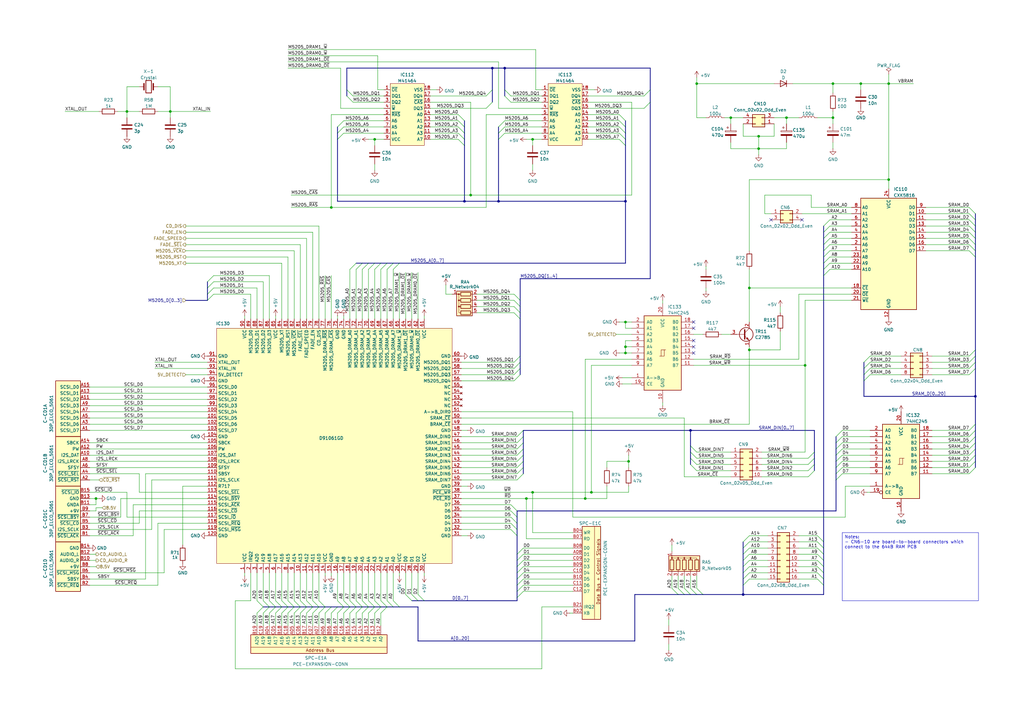
<source format=kicad_sch>
(kicad_sch (version 20250114) (generator "eeschema") (generator_version "9.0")
  (paper "A3")
  (title_block (title "NEC PC-Engine IFU-30 Main PCB") (date "2025-05-12") (rev "0.3") (company "Polykubos") (comment 1 "Author: Regis Galland") (comment 2 "NEC IFU-30 PCB reverse engineered schematics"))
  (text_box "Notes:\n- CN6-10 are board-to-board connectors which connect to the 64kB RAM PCB " (at 345.44 218.44 0) (size 55.88 27.94) (margins 0.9525 0.9525 0.9525 0.9525) (effects (font (size 1.27 1.27)) (justify left top)))
  (junction (at 256.54 144.78))
  (junction (at 330.2 149.86))
  (junction (at 218.44 201.93))
  (junction (at 135.89 85.09))
  (junction (at 307.34 143.51))
  (junction (at 364.49 34.29))
  (junction (at 364.49 73.66))
  (junction (at 190.5 82.55))
  (junction (at 322.58 48.26))
  (junction (at 311.15 55.88))
  (junction (at 341.63 34.29))
  (junction (at 283.21 176.53))
  (junction (at 69.85 45.72))
  (junction (at 307.34 118.11))
  (junction (at 218.44 57.15))
  (junction (at 215.9 204.47))
  (junction (at 400.05 162.56))
  (junction (at 242.57 201.93))
  (junction (at 257.81 189.23))
  (junction (at 311.15 60.96))
  (junction (at 256.54 142.24))
  (junction (at 240.03 204.47))
  (junction (at 256.54 132.08))
  (junction (at 201.93 27.94))
  (junction (at 304.8 243.84))
  (junction (at 285.75 34.29))
  (junction (at 193.04 80.01))
  (junction (at 39.37 204.47))
  (junction (at 153.67 57.15))
  (junction (at 207.01 27.94))
  (junction (at 299.72 48.26))
  (junction (at 204.47 82.55))
  (junction (at 52.07 45.72))
  (junction (at 353.06 34.29))
  (junction (at 256.54 82.55))
  (junction (at 341.63 48.26))
  (no_connect (at 328.93 90.17))
  (no_connect (at 316.23 90.17))
  (no_connect (at 284.48 139.7))
  (no_connect (at 284.48 142.24))
  (no_connect (at 284.48 134.62))
  (no_connect (at 284.48 144.78))
  (no_connect (at 284.48 132.08))
  (bus_entry (at 254 49.53) (size 2.54 2.54))
  (bus_entry (at 133.35 248.92) (size -2.54 2.54))
  (bus_entry (at 214.63 242.57) (size -2.54 2.54))
  (bus_entry (at 166.37 243.84) (size 2.54 2.54))
  (bus_entry (at 153.67 248.92) (size -2.54 2.54))
  (bus_entry (at 213.36 123.19) (size -2.54 -2.54))
  (bus_entry (at 213.36 125.73) (size -2.54 -2.54))
  (bus_entry (at 213.36 130.81) (size -2.54 -2.54))
  (bus_entry (at 213.36 128.27) (size -2.54 -2.54))
  (bus_entry (at 128.27 248.92) (size -2.54 2.54))
  (bus_entry (at 335.28 232.41) (size 2.54 2.54))
  (bus_entry (at 345.44 184.15) (size -2.54 2.54))
  (bus_entry (at 214.63 227.33) (size -2.54 2.54))
  (bus_entry (at 307.34 234.95) (size -2.54 2.54))
  (bus_entry (at 335.28 227.33) (size 2.54 2.54))
  (bus_entry (at 204.47 57.15) (size 2.54 -2.54))
  (bus_entry (at 335.28 224.79) (size 2.54 2.54))
  (bus_entry (at 307.34 227.33) (size -2.54 2.54))
  (bus_entry (at 209.55 207.01) (size 2.54 2.54))
  (bus_entry (at 254 46.99) (size 2.54 2.54))
  (bus_entry (at 128.27 246.38) (size 2.54 2.54))
  (bus_entry (at 397.51 194.31) (size 2.54 -2.54))
  (bus_entry (at 397.51 95.25) (size 2.54 2.54))
  (bus_entry (at 285.75 241.3) (size 2.54 2.54))
  (bus_entry (at 400.05 151.13) (size -2.54 2.54))
  (bus_entry (at 397.51 181.61) (size 2.54 -2.54))
  (bus_entry (at 209.55 217.17) (size 2.54 2.54))
  (bus_entry (at 397.51 97.79) (size 2.54 2.54))
  (bus_entry (at 156.21 248.92) (size -2.54 2.54))
  (bus_entry (at 307.34 237.49) (size -2.54 2.54))
  (bus_entry (at 345.44 186.69) (size -2.54 2.54))
  (bus_entry (at 212.09 196.85) (size 2.54 -2.54))
  (bus_entry (at 214.63 234.95) (size -2.54 2.54))
  (bus_entry (at 213.36 146.05) (size -2.54 2.54))
  (bus_entry (at 146.05 248.92) (size -2.54 2.54))
  (bus_entry (at 212.09 191.77) (size 2.54 -2.54))
  (bus_entry (at 115.57 248.92) (size -2.54 2.54))
  (bus_entry (at 334.01 190.5) (size -2.54 2.54))
  (bus_entry (at 335.28 222.25) (size 2.54 2.54))
  (bus_entry (at 146.05 246.38) (size 2.54 2.54))
  (bus_entry (at 113.03 248.92) (size -2.54 2.54))
  (bus_entry (at 212.09 194.31) (size 2.54 -2.54))
  (bus_entry (at 87.63 118.11) (size -2.54 2.54))
  (bus_entry (at 113.03 246.38) (size 2.54 2.54))
  (bus_entry (at 397.51 191.77) (size 2.54 -2.54))
  (bus_entry (at 209.55 214.63) (size 2.54 2.54))
  (bus_entry (at 280.67 241.3) (size 2.54 2.54))
  (bus_entry (at 213.36 148.59) (size -2.54 2.54))
  (bus_entry (at 334.01 185.42) (size -2.54 2.54))
  (bus_entry (at 275.59 241.3) (size 2.54 2.54))
  (bus_entry (at 214.63 240.03) (size -2.54 2.54))
  (bus_entry (at 307.34 219.71) (size -2.54 2.54))
  (bus_entry (at 158.75 246.38) (size 2.54 2.54))
  (bus_entry (at 307.34 229.87) (size -2.54 2.54))
  (bus_entry (at 87.63 113.03) (size -2.54 2.54))
  (bus_entry (at 143.51 246.38) (size 2.54 2.54))
  (bus_entry (at 212.09 184.15) (size 2.54 -2.54))
  (bus_entry (at 212.09 189.23) (size 2.54 -2.54))
  (bus_entry (at 125.73 248.92) (size -2.54 2.54))
  (bus_entry (at 264.16 44.45) (size 2.54 -2.54))
  (bus_entry (at 400.05 143.51) (size -2.54 2.54))
  (bus_entry (at 138.43 246.38) (size 2.54 2.54))
  (bus_entry (at 213.36 153.67) (size -2.54 2.54))
  (bus_entry (at 158.75 248.92) (size -2.54 2.54))
  (bus_entry (at 207.01 36.83) (size 2.54 2.54))
  (bus_entry (at 345.44 189.23) (size -2.54 2.54))
  (bus_entry (at 130.81 248.92) (size -2.54 2.54))
  (bus_entry (at 283.21 187.96) (size 2.54 2.54))
  (bus_entry (at 209.55 209.55) (size 2.54 2.54))
  (bus_entry (at 254 57.15) (size 2.54 2.54))
  (bus_entry (at 400.05 146.05) (size -2.54 2.54))
  (bus_entry (at 307.34 224.79) (size -2.54 2.54))
  (bus_entry (at 283.21 185.42) (size 2.54 2.54))
  (bus_entry (at 209.55 212.09) (size 2.54 2.54))
  (bus_entry (at 135.89 248.92) (size -2.54 2.54))
  (bus_entry (at 397.51 189.23) (size 2.54 -2.54))
  (bus_entry (at 334.01 193.04) (size -2.54 2.54))
  (bus_entry (at 214.63 229.87) (size -2.54 2.54))
  (bus_entry (at 334.01 187.96) (size -2.54 2.54))
  (bus_entry (at 345.44 176.53) (size -2.54 2.54))
  (bus_entry (at 335.28 219.71) (size 2.54 2.54))
  (bus_entry (at 171.45 243.84) (size 2.54 2.54))
  (bus_entry (at 397.51 92.71) (size 2.54 2.54))
  (bus_entry (at 397.51 90.17) (size 2.54 2.54))
  (bus_entry (at 397.51 87.63) (size 2.54 2.54))
  (bus_entry (at 397.51 85.09) (size 2.54 2.54))
  (bus_entry (at 130.81 246.38) (size 2.54 2.54))
  (bus_entry (at 87.63 115.57) (size -2.54 2.54))
  (bus_entry (at 356.87 148.59) (size -2.54 2.54))
  (bus_entry (at 335.28 229.87) (size 2.54 2.54))
  (bus_entry (at 212.09 186.69) (size 2.54 -2.54))
  (bus_entry (at 356.87 146.05) (size -2.54 2.54))
  (bus_entry (at 107.95 248.92) (size -2.54 2.54))
  (bus_entry (at 199.39 39.37) (size 2.54 -2.54))
  (bus_entry (at 199.39 44.45) (size 2.54 -2.54))
  (bus_entry (at 142.24 39.37) (size 2.54 2.54))
  (bus_entry (at 142.24 36.83) (size 2.54 2.54))
  (bus_entry (at 397.51 176.53) (size 2.54 -2.54))
  (bus_entry (at 283.21 190.5) (size 2.54 2.54))
  (bus_entry (at 335.28 234.95) (size 2.54 2.54))
  (bus_entry (at 148.59 248.92) (size -2.54 2.54))
  (bus_entry (at 356.87 151.13) (size -2.54 2.54))
  (bus_entry (at 254 54.61) (size 2.54 2.54))
  (bus_entry (at 213.36 151.13) (size -2.54 2.54))
  (bus_entry (at 335.28 237.49) (size 2.54 2.54))
  (bus_entry (at 148.59 246.38) (size 2.54 2.54))
  (bus_entry (at 397.51 100.33) (size 2.54 2.54))
  (bus_entry (at 140.97 248.92) (size -2.54 2.54))
  (bus_entry (at 212.09 179.07) (size 2.54 -2.54))
  (bus_entry (at 345.44 179.07) (size -2.54 2.54))
  (bus_entry (at 207.01 39.37) (size 2.54 2.54))
  (bus_entry (at 307.34 222.25) (size -2.54 2.54))
  (bus_entry (at 118.11 246.38) (size 2.54 2.54))
  (bus_entry (at 158.75 110.49) (size 2.54 -2.54))
  (bus_entry (at 156.21 110.49) (size 2.54 -2.54))
  (bus_entry (at 161.29 110.49) (size 2.54 -2.54))
  (bus_entry (at 153.67 110.49) (size 2.54 -2.54))
  (bus_entry (at 151.13 110.49) (size 2.54 -2.54))
  (bus_entry (at 148.59 110.49) (size 2.54 -2.54))
  (bus_entry (at 146.05 110.49) (size 2.54 -2.54))
  (bus_entry (at 143.51 110.49) (size 2.54 -2.54))
  (bus_entry (at 110.49 248.92) (size -2.54 2.54))
  (bus_entry (at 115.57 246.38) (size 2.54 2.54))
  (bus_entry (at 356.87 153.67) (size -2.54 2.54))
  (bus_entry (at 107.95 246.38) (size 2.54 2.54))
  (bus_entry (at 254 52.07) (size 2.54 2.54))
  (bus_entry (at 397.51 184.15) (size 2.54 -2.54))
  (bus_entry (at 120.65 248.92) (size -2.54 2.54))
  (bus_entry (at 283.21 182.88) (size 2.54 2.54))
  (bus_entry (at 120.65 246.38) (size 2.54 2.54))
  (bus_entry (at 345.44 181.61) (size -2.54 2.54))
  (bus_entry (at 340.36 105.41) (size -2.54 2.54))
  (bus_entry (at 340.36 107.95) (size -2.54 2.54))
  (bus_entry (at 340.36 110.49) (size -2.54 2.54))
  (bus_entry (at 340.36 97.79) (size -2.54 2.54))
  (bus_entry (at 340.36 92.71) (size -2.54 2.54))
  (bus_entry (at 340.36 95.25) (size -2.54 2.54))
  (bus_entry (at 340.36 100.33) (size -2.54 2.54))
  (bus_entry (at 340.36 102.87) (size -2.54 2.54))
  (bus_entry (at 340.36 90.17) (size -2.54 2.54))
  (bus_entry (at 397.51 179.07) (size 2.54 -2.54))
  (bus_entry (at 397.51 186.69) (size 2.54 -2.54))
  (bus_entry (at 87.63 120.65) (size -2.54 2.54))
  (bus_entry (at 278.13 241.3) (size 2.54 2.54))
  (bus_entry (at 214.63 237.49) (size -2.54 2.54))
  (bus_entry (at 283.21 241.3) (size 2.54 2.54))
  (bus_entry (at 161.29 246.38) (size 2.54 2.54))
  (bus_entry (at 307.34 232.41) (size -2.54 2.54))
  (bus_entry (at 264.16 39.37) (size 2.54 -2.54))
  (bus_entry (at 214.63 232.41) (size -2.54 2.54))
  (bus_entry (at 110.49 246.38) (size 2.54 2.54))
  (bus_entry (at 138.43 57.15) (size 2.54 -2.54))
  (bus_entry (at 345.44 191.77) (size -2.54 2.54))
  (bus_entry (at 204.47 52.07) (size 2.54 -2.54))
  (bus_entry (at 153.67 246.38) (size 2.54 2.54))
  (bus_entry (at 143.51 248.92) (size -2.54 2.54))
  (bus_entry (at 105.41 246.38) (size 2.54 2.54))
  (bus_entry (at 151.13 248.92) (size -2.54 2.54))
  (bus_entry (at 140.97 246.38) (size 2.54 2.54))
  (bus_entry (at 123.19 246.38) (size 2.54 2.54))
  (bus_entry (at 138.43 248.92) (size -2.54 2.54))
  (bus_entry (at 123.19 248.92) (size -2.54 2.54))
  (bus_entry (at 168.91 243.84) (size 2.54 2.54))
  (bus_entry (at 204.47 54.61) (size 2.54 -2.54))
  (bus_entry (at 187.96 49.53) (size 2.54 2.54))
  (bus_entry (at 187.96 52.07) (size 2.54 2.54))
  (bus_entry (at 187.96 46.99) (size 2.54 2.54))
  (bus_entry (at 187.96 57.15) (size 2.54 2.54))
  (bus_entry (at 187.96 54.61) (size 2.54 2.54))
  (bus_entry (at 138.43 52.07) (size 2.54 -2.54))
  (bus_entry (at 138.43 54.61) (size 2.54 -2.54))
  (bus_entry (at 156.21 246.38) (size 2.54 2.54))
  (bus_entry (at 212.09 181.61) (size 2.54 -2.54))
  (bus_entry (at 400.05 148.59) (size -2.54 2.54))
  (bus_entry (at 125.73 246.38) (size 2.54 2.54))
  (bus_entry (at 214.63 224.79) (size -2.54 2.54))
  (bus_entry (at 151.13 246.38) (size 2.54 2.54))
  (bus_entry (at 118.11 248.92) (size -2.54 2.54))
  (bus_entry (at 345.44 194.31) (size -2.54 2.54))
  (bus_entry (at 397.51 102.87) (size 2.54 2.54))
  (bus (pts (xy 337.82 227.33) (xy 337.82 229.87)))
  (bus (pts (xy 168.91 246.38) (xy 171.45 246.38)))
  (wire (pts (xy 63.5 148.59) (xy 85.09 148.59)))
  (wire (pts (xy 215.9 204.47) (xy 215.9 220.98)))
  (wire (pts (xy 210.82 128.27) (xy 195.58 128.27)))
  (wire (pts (xy 138.43 251.46) (xy 138.43 256.54)))
  (wire (pts (xy 36.83 166.37) (xy 85.09 166.37)))
  (wire (pts (xy 85.09 201.93) (xy 57.15 201.93)))
  (bus (pts (xy 304.8 224.79) (xy 304.8 227.33)))
  (wire (pts (xy 320.04 125.73) (xy 320.04 128.27)))
  (bus (pts (xy 140.97 248.92) (xy 143.51 248.92)))
  (wire (pts (xy 107.95 246.38) (xy 107.95 234.95)))
  (wire (pts (xy 166.37 234.95) (xy 166.37 243.84)))
  (wire (pts (xy 118.11 25.4) (xy 204.47 25.4)))
  (wire (pts (xy 313.69 87.63) (xy 313.69 80.01)))
  (wire (pts (xy 312.42 185.42) (xy 330.2 185.42)))
  (wire (pts (xy 36.83 212.09) (xy 49.53 212.09)))
  (wire (pts (xy 307.34 143.51) (xy 320.04 143.51)))
  (wire (pts (xy 218.44 201.93) (xy 218.44 218.44)))
  (wire (pts (xy 356.87 148.59) (xy 369.57 148.59)))
  (wire (pts (xy 397.51 148.59) (xy 382.27 148.59)))
  (wire (pts (xy 57.15 201.93) (xy 57.15 194.31)))
  (wire (pts (xy 335.28 229.87) (xy 327.66 229.87)))
  (bus (pts (xy 337.82 102.87) (xy 337.82 105.41)))
  (bus (pts (xy 266.7 27.94) (xy 266.7 36.83)))
  (bus (pts (xy 123.19 248.92) (xy 125.73 248.92)))
  (wire (pts (xy 285.75 185.42) (xy 299.72 185.42)))
  (bus (pts (xy 256.54 57.15) (xy 256.54 59.69)))
  (wire (pts (xy 189.23 212.09) (xy 209.55 212.09)))
  (wire (pts (xy 307.34 118.11) (xy 349.25 118.11)))
  (bus (pts (xy 400.05 179.07) (xy 400.05 181.61)))
  (bus (pts (xy 214.63 179.07) (xy 214.63 181.61)))
  (wire (pts (xy 36.83 201.93) (xy 52.07 201.93)))
  (wire (pts (xy 113.03 251.46) (xy 113.03 256.54)))
  (wire (pts (xy 151.13 57.15) (xy 153.67 57.15)))
  (wire (pts (xy 138.43 130.81) (xy 138.43 129.54)))
  (wire (pts (xy 332.74 85.09) (xy 349.25 85.09)))
  (wire (pts (xy 317.5 55.88) (xy 311.15 55.88)))
  (bus (pts (xy 400.05 90.17) (xy 400.05 92.71)))
  (wire (pts (xy 222.25 274.32) (xy 96.52 274.32)))
  (wire (pts (xy 69.85 35.56) (xy 64.77 35.56)))
  (wire (pts (xy 176.53 49.53) (xy 187.96 49.53)))
  (wire (pts (xy 39.37 204.47) (xy 40.64 204.47)))
  (bus (pts (xy 85.09 118.11) (xy 85.09 120.65)))
  (bus (pts (xy 334.01 187.96) (xy 334.01 185.42)))
  (wire (pts (xy 397.51 92.71) (xy 379.73 92.71)))
  (wire (pts (xy 96.52 246.38) (xy 102.87 246.38)))
  (bus (pts (xy 342.9 196.85) (xy 342.9 209.55)))
  (wire (pts (xy 210.82 123.19) (xy 195.58 123.19)))
  (wire (pts (xy 259.08 157.48) (xy 255.27 157.48)))
  (bus (pts (xy 204.47 82.55) (xy 256.54 82.55)))
  (bus (pts (xy 212.09 212.09) (xy 212.09 214.63)))
  (wire (pts (xy 341.63 48.26) (xy 341.63 50.8)))
  (bus (pts (xy 138.43 82.55) (xy 190.5 82.55)))
  (wire (pts (xy 161.29 234.95) (xy 161.29 246.38)))
  (wire (pts (xy 335.28 219.71) (xy 327.66 219.71)))
  (wire (pts (xy 156.21 110.49) (xy 156.21 130.81)))
  (wire (pts (xy 364.49 34.29) (xy 364.49 73.66)))
  (wire (pts (xy 157.48 41.91) (xy 144.78 41.91)))
  (wire (pts (xy 240.03 147.32) (xy 259.08 147.32)))
  (wire (pts (xy 248.92 199.39) (xy 248.92 204.47)))
  (bus (pts (xy 201.93 36.83) (xy 201.93 27.94)))
  (wire (pts (xy 176.53 57.15) (xy 187.96 57.15)))
  (wire (pts (xy 248.92 189.23) (xy 248.92 191.77)))
  (wire (pts (xy 241.3 49.53) (xy 254 49.53)))
  (wire (pts (xy 135.89 251.46) (xy 135.89 256.54)))
  (wire (pts (xy 36.83 184.15) (xy 85.09 184.15)))
  (wire (pts (xy 274.32 256.54) (xy 274.32 254)))
  (wire (pts (xy 157.48 49.53) (xy 140.97 49.53)))
  (wire (pts (xy 63.5 151.13) (xy 85.09 151.13)))
  (wire (pts (xy 330.2 123.19) (xy 330.2 149.86)))
  (wire (pts (xy 204.47 25.4) (xy 204.47 44.45)))
  (wire (pts (xy 76.2 95.25) (xy 128.27 95.25)))
  (bus (pts (xy 204.47 52.07) (xy 204.47 54.61)))
  (wire (pts (xy 36.83 196.85) (xy 40.64 196.85)))
  (wire (pts (xy 397.51 95.25) (xy 379.73 95.25)))
  (bus (pts (xy 337.82 92.71) (xy 337.82 95.25)))
  (wire (pts (xy 130.81 251.46) (xy 130.81 256.54)))
  (bus (pts (xy 304.8 227.33) (xy 304.8 229.87)))
  (wire (pts (xy 340.36 92.71) (xy 349.25 92.71)))
  (bus (pts (xy 214.63 176.53) (xy 214.63 179.07)))
  (wire (pts (xy 311.15 55.88) (xy 311.15 60.96)))
  (wire (pts (xy 163.83 111.76) (xy 163.83 130.81)))
  (wire (pts (xy 110.49 251.46) (xy 110.49 256.54)))
  (bus (pts (xy 138.43 248.92) (xy 140.97 248.92)))
  (wire (pts (xy 135.89 85.09) (xy 199.39 85.09)))
  (wire (pts (xy 397.51 186.69) (xy 382.27 186.69)))
  (wire (pts (xy 85.09 196.85) (xy 62.23 196.85)))
  (bus (pts (xy 337.82 105.41) (xy 337.82 107.95)))
  (wire (pts (xy 166.37 111.76) (xy 166.37 130.81)))
  (bus (pts (xy 283.21 185.42) (xy 283.21 182.88)))
  (bus (pts (xy 334.01 176.53) (xy 334.01 185.42)))
  (wire (pts (xy 158.75 246.38) (xy 158.75 234.95)))
  (wire (pts (xy 256.54 134.62) (xy 259.08 134.62)))
  (wire (pts (xy 322.58 58.42) (xy 322.58 60.96)))
  (wire (pts (xy 125.73 234.95) (xy 125.73 246.38)))
  (bus (pts (xy 142.24 36.83) (xy 142.24 27.94)))
  (bus (pts (xy 213.36 125.73) (xy 213.36 123.19)))
  (wire (pts (xy 193.04 41.91) (xy 193.04 80.01)))
  (wire (pts (xy 264.16 39.37) (xy 241.3 39.37)))
  (bus (pts (xy 266.7 41.91) (xy 266.7 36.83)))
  (bus (pts (xy 288.29 243.84) (xy 304.8 243.84)))
  (wire (pts (xy 102.87 120.65) (xy 102.87 130.81)))
  (wire (pts (xy 204.47 44.45) (xy 222.25 44.45)))
  (wire (pts (xy 284.48 149.86) (xy 330.2 149.86)))
  (bus (pts (xy 283.21 243.84) (xy 285.75 243.84)))
  (wire (pts (xy 341.63 34.29) (xy 341.63 38.1)))
  (wire (pts (xy 52.07 45.72) (xy 52.07 48.26)))
  (bus (pts (xy 400.05 186.69) (xy 400.05 189.23)))
  (wire (pts (xy 76.2 107.95) (xy 115.57 107.95)))
  (wire (pts (xy 322.58 48.26) (xy 322.58 50.8)))
  (wire (pts (xy 289.56 48.26) (xy 285.75 48.26)))
  (wire (pts (xy 327.66 147.32) (xy 327.66 120.65)))
  (wire (pts (xy 219.71 20.32) (xy 219.71 36.83)))
  (wire (pts (xy 349.25 100.33) (xy 340.36 100.33)))
  (wire (pts (xy 242.57 201.93) (xy 257.81 201.93)))
  (wire (pts (xy 171.45 234.95) (xy 171.45 243.84)))
  (wire (pts (xy 353.06 34.29) (xy 364.49 34.29)))
  (wire (pts (xy 199.39 85.09) (xy 199.39 46.99)))
  (wire (pts (xy 256.54 132.08) (xy 256.54 134.62)))
  (wire (pts (xy 241.3 46.99) (xy 254 46.99)))
  (wire (pts (xy 356.87 201.93) (xy 355.6 201.93)))
  (wire (pts (xy 257.81 189.23) (xy 257.81 191.77)))
  (wire (pts (xy 248.92 189.23) (xy 257.81 189.23)))
  (wire (pts (xy 317.5 55.88) (xy 317.5 50.8)))
  (bus (pts (xy 334.01 190.5) (xy 334.01 193.04)))
  (bus (pts (xy 212.09 242.57) (xy 212.09 245.11)))
  (wire (pts (xy 214.63 240.03) (xy 234.95 240.03)))
  (wire (pts (xy 87.63 113.03) (xy 110.49 113.03)))
  (wire (pts (xy 322.58 60.96) (xy 311.15 60.96)))
  (bus (pts (xy 304.8 240.03) (xy 304.8 243.84)))
  (wire (pts (xy 242.57 149.86) (xy 242.57 201.93)))
  (bus (pts (xy 337.82 243.84) (xy 337.82 240.03)))
  (wire (pts (xy 87.63 120.65) (xy 102.87 120.65)))
  (wire (pts (xy 212.09 184.15) (xy 189.23 184.15)))
  (wire (pts (xy 364.49 73.66) (xy 364.49 77.47)))
  (wire (pts (xy 356.87 153.67) (xy 369.57 153.67)))
  (wire (pts (xy 86.36 45.72) (xy 69.85 45.72)))
  (wire (pts (xy 100.33 130.81) (xy 100.33 129.54)))
  (wire (pts (xy 36.83 207.01) (xy 39.37 207.01)))
  (wire (pts (xy 140.97 246.38) (xy 140.97 234.95)))
  (bus (pts (xy 342.9 191.77) (xy 342.9 194.31)))
  (bus (pts (xy 190.5 82.55) (xy 204.47 82.55)))
  (wire (pts (xy 285.75 34.29) (xy 285.75 48.26)))
  (wire (pts (xy 87.63 118.11) (xy 105.41 118.11)))
  (wire (pts (xy 189.23 207.01) (xy 209.55 207.01)))
  (bus (pts (xy 400.05 162.56) (xy 400.05 173.99)))
  (wire (pts (xy 105.41 234.95) (xy 105.41 246.38)))
  (bus (pts (xy 190.5 54.61) (xy 190.5 57.15)))
  (wire (pts (xy 130.81 234.95) (xy 130.81 246.38)))
  (bus (pts (xy 204.47 54.61) (xy 204.47 57.15)))
  (wire (pts (xy 364.49 30.48) (xy 364.49 34.29)))
  (wire (pts (xy 234.95 168.91) (xy 234.95 212.09)))
  (wire (pts (xy 331.47 193.04) (xy 312.42 193.04)))
  (bus (pts (xy 400.05 148.59) (xy 400.05 151.13)))
  (wire (pts (xy 193.04 80.01) (xy 119.38 80.01)))
  (wire (pts (xy 320.04 135.89) (xy 320.04 143.51)))
  (wire (pts (xy 153.67 234.95) (xy 153.67 246.38)))
  (wire (pts (xy 133.35 251.46) (xy 133.35 256.54)))
  (wire (pts (xy 36.83 176.53) (xy 85.09 176.53)))
  (wire (pts (xy 176.53 39.37) (xy 199.39 39.37)))
  (wire (pts (xy 299.72 48.26) (xy 299.72 50.8)))
  (wire (pts (xy 256.54 139.7) (xy 256.54 142.24)))
  (wire (pts (xy 215.9 57.15) (xy 218.44 57.15)))
  (bus (pts (xy 212.09 234.95) (xy 212.09 237.49)))
  (wire (pts (xy 120.65 251.46) (xy 120.65 256.54)))
  (bus (pts (xy 213.36 114.3) (xy 266.7 114.3)))
  (wire (pts (xy 397.51 146.05) (xy 382.27 146.05)))
  (wire (pts (xy 222.25 41.91) (xy 209.55 41.91)))
  (bus (pts (xy 256.54 107.95) (xy 256.54 82.55)))
  (bus (pts (xy 163.83 107.95) (xy 256.54 107.95)))
  (bus (pts (xy 204.47 57.15) (xy 204.47 82.55)))
  (bus (pts (xy 337.82 113.03) (xy 337.82 222.25)))
  (wire (pts (xy 189.23 156.21) (xy 210.82 156.21)))
  (bus (pts (xy 400.05 173.99) (xy 400.05 176.53)))
  (wire (pts (xy 353.06 34.29) (xy 341.63 34.29)))
  (wire (pts (xy 146.05 246.38) (xy 146.05 234.95)))
  (bus (pts (xy 163.83 248.92) (xy 171.45 248.92)))
  (bus (pts (xy 212.09 227.33) (xy 212.09 229.87)))
  (wire (pts (xy 307.34 142.24) (xy 307.34 143.51)))
  (wire (pts (xy 85.09 217.17) (xy 67.31 217.17)))
  (wire (pts (xy 36.83 171.45) (xy 85.09 171.45)))
  (wire (pts (xy 191.77 219.71) (xy 189.23 219.71)))
  (bus (pts (xy 85.09 115.57) (xy 85.09 118.11)))
  (wire (pts (xy 157.48 44.45) (xy 139.7 44.45)))
  (wire (pts (xy 189.23 151.13) (xy 210.82 151.13)))
  (wire (pts (xy 157.48 39.37) (xy 144.78 39.37)))
  (wire (pts (xy 234.95 212.09) (xy 346.71 212.09)))
  (wire (pts (xy 234.95 251.46) (xy 233.68 251.46)))
  (wire (pts (xy 285.75 190.5) (xy 299.72 190.5)))
  (bus (pts (xy 190.5 49.53) (xy 190.5 52.07)))
  (bus (pts (xy 85.09 120.65) (xy 85.09 123.19)))
  (wire (pts (xy 148.59 246.38) (xy 148.59 234.95)))
  (wire (pts (xy 52.07 201.93) (xy 52.07 212.09)))
  (wire (pts (xy 36.83 186.69) (xy 85.09 186.69)))
  (wire (pts (xy 331.47 190.5) (xy 312.42 190.5)))
  (wire (pts (xy 285.75 241.3) (xy 285.75 236.22)))
  (wire (pts (xy 39.37 208.28) (xy 41.91 208.28)))
  (wire (pts (xy 218.44 57.15) (xy 222.25 57.15)))
  (wire (pts (xy 39.37 209.55) (xy 36.83 209.55)))
  (bus (pts (xy 342.9 186.69) (xy 342.9 189.23)))
  (wire (pts (xy 163.83 234.95) (xy 163.83 236.22)))
  (wire (pts (xy 185.42 120.65) (xy 182.88 120.65)))
  (wire (pts (xy 36.83 232.41) (xy 39.37 232.41)))
  (wire (pts (xy 118.11 251.46) (xy 118.11 256.54)))
  (wire (pts (xy 234.95 218.44) (xy 218.44 218.44)))
  (bus (pts (xy 400.05 146.05) (xy 400.05 148.59)))
  (wire (pts (xy 176.53 44.45) (xy 199.39 44.45)))
  (wire (pts (xy 191.77 176.53) (xy 189.23 176.53)))
  (bus (pts (xy 214.63 176.53) (xy 283.21 176.53)))
  (wire (pts (xy 257.81 186.69) (xy 257.81 189.23)))
  (wire (pts (xy 241.3 41.91) (xy 259.08 41.91)))
  (wire (pts (xy 153.67 57.15) (xy 157.48 57.15)))
  (wire (pts (xy 76.2 102.87) (xy 120.65 102.87)))
  (bus (pts (xy 213.36 130.81) (xy 213.36 146.05)))
  (bus (pts (xy 400.05 176.53) (xy 400.05 179.07)))
  (bus (pts (xy 337.82 100.33) (xy 337.82 102.87)))
  (bus (pts (xy 201.93 27.94) (xy 207.01 27.94)))
  (wire (pts (xy 156.21 246.38) (xy 156.21 234.95)))
  (wire (pts (xy 332.74 80.01) (xy 332.74 85.09)))
  (bus (pts (xy 120.65 248.92) (xy 123.19 248.92)))
  (wire (pts (xy 189.23 204.47) (xy 215.9 204.47)))
  (bus (pts (xy 337.82 222.25) (xy 337.82 224.79)))
  (wire (pts (xy 307.34 219.71) (xy 314.96 219.71)))
  (wire (pts (xy 69.85 45.72) (xy 69.85 35.56)))
  (bus (pts (xy 151.13 107.95) (xy 153.67 107.95)))
  (wire (pts (xy 105.41 118.11) (xy 105.41 130.81)))
  (wire (pts (xy 341.63 48.26) (xy 335.28 48.26)))
  (wire (pts (xy 146.05 251.46) (xy 146.05 256.54)))
  (wire (pts (xy 36.83 214.63) (xy 57.15 214.63)))
  (bus (pts (xy 146.05 107.95) (xy 148.59 107.95)))
  (wire (pts (xy 128.27 95.25) (xy 128.27 130.81)))
  (wire (pts (xy 107.95 251.46) (xy 107.95 256.54)))
  (wire (pts (xy 345.44 181.61) (xy 356.87 181.61)))
  (wire (pts (xy 313.69 87.63) (xy 316.23 87.63)))
  (wire (pts (xy 76.2 92.71) (xy 130.81 92.71)))
  (bus (pts (xy 190.5 59.69) (xy 190.5 82.55)))
  (bus (pts (xy 354.33 162.56) (xy 400.05 162.56)))
  (wire (pts (xy 274.32 266.7) (xy 274.32 264.16)))
  (bus (pts (xy 400.05 189.23) (xy 400.05 191.77)))
  (wire (pts (xy 397.51 87.63) (xy 379.73 87.63)))
  (wire (pts (xy 256.54 139.7) (xy 259.08 139.7)))
  (wire (pts (xy 36.83 163.83) (xy 85.09 163.83)))
  (wire (pts (xy 345.44 191.77) (xy 356.87 191.77)))
  (bus (pts (xy 212.09 209.55) (xy 342.9 209.55)))
  (wire (pts (xy 135.89 46.99) (xy 135.89 85.09)))
  (bus (pts (xy 161.29 248.92) (xy 163.83 248.92)))
  (bus (pts (xy 212.09 240.03) (xy 212.09 242.57)))
  (wire (pts (xy 278.13 241.3) (xy 278.13 236.22)))
  (wire (pts (xy 153.67 130.81) (xy 153.67 110.49)))
  (bus (pts (xy 400.05 102.87) (xy 400.05 105.41)))
  (bus (pts (xy 256.54 59.69) (xy 256.54 82.55)))
  (wire (pts (xy 397.51 184.15) (xy 382.27 184.15)))
  (wire (pts (xy 140.97 251.46) (xy 140.97 256.54)))
  (wire (pts (xy 189.23 201.93) (xy 218.44 201.93)))
  (wire (pts (xy 289.56 109.22) (xy 289.56 110.49)))
  (wire (pts (xy 100.33 234.95) (xy 100.33 236.22)))
  (bus (pts (xy 207.01 27.94) (xy 207.01 36.83)))
  (bus (pts (xy 337.82 237.49) (xy 337.82 240.03)))
  (wire (pts (xy 241.3 57.15) (xy 254 57.15)))
  (wire (pts (xy 176.53 41.91) (xy 193.04 41.91)))
  (wire (pts (xy 214.63 234.95) (xy 234.95 234.95)))
  (bus (pts (xy 256.54 52.07) (xy 256.54 54.61)))
  (bus (pts (xy 113.03 248.92) (xy 115.57 248.92)))
  (wire (pts (xy 115.57 246.38) (xy 115.57 234.95)))
  (wire (pts (xy 113.03 246.38) (xy 113.03 234.95)))
  (wire (pts (xy 254 132.08) (xy 256.54 132.08)))
  (wire (pts (xy 259.08 80.01) (xy 259.08 41.91)))
  (wire (pts (xy 105.41 251.46) (xy 105.41 256.54)))
  (wire (pts (xy 123.19 251.46) (xy 123.19 256.54)))
  (wire (pts (xy 299.72 60.96) (xy 299.72 58.42)))
  (wire (pts (xy 191.77 199.39) (xy 189.23 199.39)))
  (wire (pts (xy 36.83 194.31) (xy 57.15 194.31)))
  (wire (pts (xy 304.8 50.8) (xy 304.8 55.88)))
  (wire (pts (xy 123.19 100.33) (xy 123.19 130.81)))
  (wire (pts (xy 345.44 184.15) (xy 356.87 184.15)))
  (wire (pts (xy 240.03 147.32) (xy 240.03 204.47)))
  (wire (pts (xy 173.99 234.95) (xy 173.99 236.22)))
  (bus (pts (xy 107.95 248.92) (xy 110.49 248.92)))
  (wire (pts (xy 397.51 153.67) (xy 382.27 153.67)))
  (bus (pts (xy 337.82 234.95) (xy 337.82 237.49)))
  (bus (pts (xy 212.09 214.63) (xy 212.09 217.17)))
  (wire (pts (xy 271.78 166.37) (xy 271.78 165.1)))
  (bus (pts (xy 212.09 245.11) (xy 212.09 246.38)))
  (wire (pts (xy 107.95 115.57) (xy 107.95 130.81)))
  (wire (pts (xy 54.61 207.01) (xy 85.09 207.01)))
  (bus (pts (xy 283.21 176.53) (xy 334.01 176.53)))
  (wire (pts (xy 118.11 246.38) (xy 118.11 234.95)))
  (wire (pts (xy 64.77 214.63) (xy 85.09 214.63)))
  (wire (pts (xy 397.51 97.79) (xy 379.73 97.79)))
  (bus (pts (xy 256.54 49.53) (xy 256.54 52.07)))
  (wire (pts (xy 218.44 201.93) (xy 242.57 201.93)))
  (wire (pts (xy 139.7 27.94) (xy 139.7 44.45)))
  (wire (pts (xy 157.48 54.61) (xy 140.97 54.61)))
  (bus (pts (xy 214.63 189.23) (xy 214.63 191.77)))
  (bus (pts (xy 334.01 187.96) (xy 334.01 190.5)))
  (wire (pts (xy 307.34 232.41) (xy 314.96 232.41)))
  (wire (pts (xy 397.51 85.09) (xy 379.73 85.09)))
  (bus (pts (xy 342.9 181.61) (xy 342.9 184.15)))
  (bus (pts (xy 283.21 182.88) (xy 283.21 176.53)))
  (wire (pts (xy 328.93 87.63) (xy 349.25 87.63)))
  (wire (pts (xy 36.83 189.23) (xy 85.09 189.23)))
  (wire (pts (xy 307.34 143.51) (xy 307.34 173.99)))
  (wire (pts (xy 39.37 229.87) (xy 36.83 229.87)))
  (wire (pts (xy 207.01 52.07) (xy 222.25 52.07)))
  (bus (pts (xy 148.59 107.95) (xy 151.13 107.95)))
  (wire (pts (xy 143.51 110.49) (xy 143.51 130.81)))
  (bus (pts (xy 354.33 151.13) (xy 354.33 153.67)))
  (wire (pts (xy 311.15 55.88) (xy 304.8 55.88)))
  (bus (pts (xy 400.05 105.41) (xy 400.05 143.51)))
  (wire (pts (xy 133.35 234.95) (xy 133.35 236.22)))
  (bus (pts (xy 146.05 248.92) (xy 148.59 248.92)))
  (wire (pts (xy 356.87 151.13) (xy 369.57 151.13)))
  (wire (pts (xy 125.73 97.79) (xy 125.73 130.81)))
  (wire (pts (xy 397.51 194.31) (xy 382.27 194.31)))
  (bus (pts (xy 304.8 222.25) (xy 304.8 224.79)))
  (wire (pts (xy 57.15 214.63) (xy 57.15 209.55)))
  (wire (pts (xy 118.11 22.86) (xy 154.94 22.86)))
  (wire (pts (xy 256.54 142.24) (xy 256.54 144.78)))
  (bus (pts (xy 354.33 148.59) (xy 354.33 151.13)))
  (wire (pts (xy 87.63 115.57) (xy 107.95 115.57)))
  (wire (pts (xy 307.34 222.25) (xy 314.96 222.25)))
  (wire (pts (xy 295.91 137.16) (xy 299.72 137.16)))
  (wire (pts (xy 330.2 149.86) (xy 330.2 185.42)))
  (wire (pts (xy 285.75 31.75) (xy 285.75 34.29)))
  (wire (pts (xy 212.09 194.31) (xy 189.23 194.31)))
  (wire (pts (xy 317.5 34.29) (xy 285.75 34.29)))
  (bus (pts (xy 190.5 52.07) (xy 190.5 54.61)))
  (wire (pts (xy 62.23 196.85) (xy 62.23 217.17)))
  (wire (pts (xy 189.23 168.91) (xy 234.95 168.91)))
  (wire (pts (xy 311.15 60.96) (xy 311.15 63.5)))
  (wire (pts (xy 52.07 45.72) (xy 52.07 35.56)))
  (bus (pts (xy 354.33 153.67) (xy 354.33 156.21)))
  (wire (pts (xy 148.59 110.49) (xy 148.59 130.81)))
  (wire (pts (xy 241.3 44.45) (xy 264.16 44.45)))
  (wire (pts (xy 36.83 161.29) (xy 85.09 161.29)))
  (wire (pts (xy 173.99 130.81) (xy 173.99 129.54)))
  (wire (pts (xy 189.23 148.59) (xy 210.82 148.59)))
  (wire (pts (xy 241.3 54.61) (xy 254 54.61)))
  (wire (pts (xy 397.51 100.33) (xy 379.73 100.33)))
  (bus (pts (xy 156.21 107.95) (xy 158.75 107.95)))
  (wire (pts (xy 49.53 204.47) (xy 85.09 204.47)))
  (wire (pts (xy 67.31 217.17) (xy 67.31 234.95)))
  (wire (pts (xy 285.75 193.04) (xy 299.72 193.04)))
  (wire (pts (xy 26.67 45.72) (xy 40.64 45.72)))
  (wire (pts (xy 256.54 132.08) (xy 259.08 132.08)))
  (wire (pts (xy 118.11 27.94) (xy 139.7 27.94)))
  (wire (pts (xy 299.72 48.26) (xy 297.18 48.26)))
  (bus (pts (xy 158.75 107.95) (xy 161.29 107.95)))
  (wire (pts (xy 331.47 187.96) (xy 312.42 187.96)))
  (wire (pts (xy 189.23 214.63) (xy 209.55 214.63)))
  (wire (pts (xy 214.63 227.33) (xy 234.95 227.33)))
  (wire (pts (xy 218.44 67.31) (xy 218.44 69.85)))
  (wire (pts (xy 364.49 34.29) (xy 374.65 34.29)))
  (wire (pts (xy 110.49 113.03) (xy 110.49 130.81)))
  (bus (pts (xy 207.01 27.94) (xy 266.7 27.94)))
  (wire (pts (xy 176.53 36.83) (xy 179.07 36.83)))
  (bus (pts (xy 212.09 217.17) (xy 212.09 219.71)))
  (wire (pts (xy 307.34 118.11) (xy 307.34 132.08)))
  (bus (pts (xy 201.93 36.83) (xy 201.93 41.91)))
  (wire (pts (xy 397.51 90.17) (xy 379.73 90.17)))
  (bus (pts (xy 213.36 128.27) (xy 213.36 125.73)))
  (wire (pts (xy 64.77 240.03) (xy 64.77 214.63)))
  (wire (pts (xy 345.44 176.53) (xy 356.87 176.53)))
  (wire (pts (xy 307.34 224.79) (xy 314.96 224.79)))
  (wire (pts (xy 171.45 111.76) (xy 171.45 130.81)))
  (wire (pts (xy 340.36 90.17) (xy 349.25 90.17)))
  (wire (pts (xy 52.07 212.09) (xy 85.09 212.09)))
  (wire (pts (xy 36.83 204.47) (xy 39.37 204.47)))
  (wire (pts (xy 199.39 46.99) (xy 222.25 46.99)))
  (wire (pts (xy 214.63 224.79) (xy 234.95 224.79)))
  (wire (pts (xy 148.59 251.46) (xy 148.59 256.54)))
  (bus (pts (xy 212.09 209.55) (xy 212.09 212.09)))
  (wire (pts (xy 284.48 147.32) (xy 327.66 147.32)))
  (bus (pts (xy 256.54 54.61) (xy 256.54 57.15)))
  (wire (pts (xy 335.28 227.33) (xy 327.66 227.33)))
  (bus (pts (xy 153.67 107.95) (xy 156.21 107.95)))
  (wire (pts (xy 102.87 234.95) (xy 102.87 246.38)))
  (bus (pts (xy 171.45 262.89) (xy 260.35 262.89)))
  (bus (pts (xy 337.82 107.95) (xy 337.82 110.49)))
  (bus (pts (xy 266.7 41.91) (xy 266.7 114.3)))
  (wire (pts (xy 74.93 223.52) (xy 74.93 199.39)))
  (wire (pts (xy 275.59 241.3) (xy 275.59 236.22)))
  (wire (pts (xy 397.51 191.77) (xy 382.27 191.77)))
  (wire (pts (xy 39.37 227.33) (xy 36.83 227.33)))
  (wire (pts (xy 397.51 151.13) (xy 382.27 151.13)))
  (wire (pts (xy 154.94 22.86) (xy 154.94 36.83)))
  (wire (pts (xy 36.83 181.61) (xy 85.09 181.61)))
  (wire (pts (xy 234.95 248.92) (xy 222.25 248.92)))
  (wire (pts (xy 275.59 223.52) (xy 275.59 226.06)))
  (wire (pts (xy 212.09 189.23) (xy 189.23 189.23)))
  (wire (pts (xy 36.83 219.71) (xy 54.61 219.71)))
  (wire (pts (xy 234.95 220.98) (xy 215.9 220.98)))
  (wire (pts (xy 96.52 274.32) (xy 96.52 246.38)))
  (wire (pts (xy 207.01 49.53) (xy 222.25 49.53)))
  (bus (pts (xy 213.36 148.59) (xy 213.36 151.13)))
  (wire (pts (xy 59.69 237.49) (xy 36.83 237.49)))
  (bus (pts (xy 115.57 248.92) (xy 118.11 248.92)))
  (wire (pts (xy 214.63 229.87) (xy 234.95 229.87)))
  (bus (pts (xy 304.8 237.49) (xy 304.8 240.03)))
  (wire (pts (xy 280.67 171.45) (xy 280.67 195.58)))
  (wire (pts (xy 241.3 36.83) (xy 243.84 36.83)))
  (wire (pts (xy 130.81 92.71) (xy 130.81 130.81)))
  (bus (pts (xy 213.36 146.05) (xy 213.36 148.59)))
  (wire (pts (xy 153.67 67.31) (xy 153.67 69.85)))
  (wire (pts (xy 284.48 137.16) (xy 288.29 137.16)))
  (bus (pts (xy 337.82 229.87) (xy 337.82 232.41)))
  (wire (pts (xy 156.21 251.46) (xy 156.21 256.54)))
  (wire (pts (xy 304.8 48.26) (xy 299.72 48.26)))
  (bus (pts (xy 337.82 232.41) (xy 337.82 234.95)))
  (bus (pts (xy 213.36 151.13) (xy 213.36 153.67)))
  (wire (pts (xy 307.34 110.49) (xy 307.34 118.11)))
  (wire (pts (xy 330.2 123.19) (xy 349.25 123.19)))
  (bus (pts (xy 214.63 184.15) (xy 214.63 186.69)))
  (wire (pts (xy 340.36 105.41) (xy 349.25 105.41)))
  (wire (pts (xy 54.61 219.71) (xy 54.61 207.01)))
  (wire (pts (xy 76.2 100.33) (xy 123.19 100.33)))
  (bus (pts (xy 142.24 27.94) (xy 201.93 27.94)))
  (wire (pts (xy 140.97 130.81) (xy 140.97 129.54)))
  (wire (pts (xy 271.78 123.19) (xy 271.78 124.46)))
  (wire (pts (xy 335.28 224.79) (xy 327.66 224.79)))
  (wire (pts (xy 158.75 110.49) (xy 158.75 130.81)))
  (wire (pts (xy 36.83 217.17) (xy 62.23 217.17)))
  (wire (pts (xy 210.82 120.65) (xy 195.58 120.65)))
  (wire (pts (xy 36.83 168.91) (xy 85.09 168.91)))
  (wire (pts (xy 36.83 173.99) (xy 85.09 173.99)))
  (wire (pts (xy 345.44 179.07) (xy 356.87 179.07)))
  (wire (pts (xy 123.19 234.95) (xy 123.19 246.38)))
  (bus (pts (xy 400.05 143.51) (xy 400.05 146.05)))
  (wire (pts (xy 289.56 118.11) (xy 289.56 119.38)))
  (wire (pts (xy 242.57 149.86) (xy 259.08 149.86)))
  (bus (pts (xy 337.82 97.79) (xy 337.82 100.33)))
  (bus (pts (xy 400.05 100.33) (xy 400.05 102.87)))
  (wire (pts (xy 341.63 45.72) (xy 341.63 48.26)))
  (wire (pts (xy 151.13 251.46) (xy 151.13 256.54)))
  (bus (pts (xy 354.33 156.21) (xy 354.33 162.56)))
  (bus (pts (xy 213.36 128.27) (xy 213.36 130.81)))
  (wire (pts (xy 327.66 120.65) (xy 349.25 120.65)))
  (bus (pts (xy 280.67 243.84) (xy 278.13 243.84)))
  (wire (pts (xy 168.91 111.76) (xy 168.91 130.81)))
  (bus (pts (xy 213.36 114.3) (xy 213.36 123.19)))
  (wire (pts (xy 212.09 181.61) (xy 189.23 181.61)))
  (wire (pts (xy 52.07 35.56) (xy 57.15 35.56)))
  (wire (pts (xy 212.09 186.69) (xy 189.23 186.69)))
  (bus (pts (xy 207.01 36.83) (xy 207.01 39.37)))
  (wire (pts (xy 215.9 204.47) (xy 240.03 204.47)))
  (wire (pts (xy 189.23 209.55) (xy 209.55 209.55)))
  (bus (pts (xy 153.67 248.92) (xy 156.21 248.92)))
  (wire (pts (xy 176.53 52.07) (xy 187.96 52.07)))
  (bus (pts (xy 142.24 36.83) (xy 142.24 39.37)))
  (wire (pts (xy 212.09 191.77) (xy 189.23 191.77)))
  (wire (pts (xy 69.85 45.72) (xy 69.85 48.26)))
  (wire (pts (xy 280.67 195.58) (xy 299.72 195.58)))
  (bus (pts (xy 260.35 262.89) (xy 260.35 243.84)))
  (wire (pts (xy 168.91 234.95) (xy 168.91 243.84)))
  (bus (pts (xy 214.63 191.77) (xy 214.63 194.31)))
  (wire (pts (xy 212.09 179.07) (xy 189.23 179.07)))
  (bus (pts (xy 133.35 248.92) (xy 135.89 248.92)))
  (bus (pts (xy 130.81 248.92) (xy 133.35 248.92)))
  (bus (pts (xy 148.59 248.92) (xy 151.13 248.92)))
  (bus (pts (xy 400.05 92.71) (xy 400.05 95.25)))
  (bus (pts (xy 128.27 248.92) (xy 130.81 248.92)))
  (wire (pts (xy 209.55 39.37) (xy 222.25 39.37)))
  (bus (pts (xy 158.75 248.92) (xy 161.29 248.92)))
  (bus (pts (xy 337.82 224.79) (xy 337.82 227.33)))
  (bus (pts (xy 138.43 57.15) (xy 138.43 82.55)))
  (bus (pts (xy 400.05 181.61) (xy 400.05 184.15)))
  (wire (pts (xy 327.66 237.49) (xy 335.28 237.49)))
  (wire (pts (xy 254 144.78) (xy 256.54 144.78)))
  (wire (pts (xy 161.29 110.49) (xy 161.29 130.81)))
  (wire (pts (xy 325.12 34.29) (xy 341.63 34.29)))
  (wire (pts (xy 110.49 246.38) (xy 110.49 234.95)))
  (wire (pts (xy 64.77 45.72) (xy 69.85 45.72)))
  (wire (pts (xy 341.63 58.42) (xy 341.63 60.96)))
  (wire (pts (xy 222.25 36.83) (xy 219.71 36.83)))
  (bus (pts (xy 342.9 179.07) (xy 342.9 181.61)))
  (bus (pts (xy 171.45 246.38) (xy 173.99 246.38)))
  (bus (pts (xy 110.49 248.92) (xy 113.03 248.92)))
  (wire (pts (xy 307.34 73.66) (xy 307.34 102.87)))
  (wire (pts (xy 146.05 130.81) (xy 146.05 110.49)))
  (wire (pts (xy 346.71 212.09) (xy 346.71 199.39)))
  (bus (pts (xy 337.82 95.25) (xy 337.82 97.79)))
  (wire (pts (xy 307.34 227.33) (xy 314.96 227.33)))
  (bus (pts (xy 400.05 95.25) (xy 400.05 97.79)))
  (wire (pts (xy 189.23 173.99) (xy 307.34 173.99)))
  (bus (pts (xy 304.8 234.95) (xy 304.8 237.49)))
  (wire (pts (xy 345.44 186.69) (xy 356.87 186.69)))
  (wire (pts (xy 257.81 199.39) (xy 257.81 201.93)))
  (wire (pts (xy 115.57 107.95) (xy 115.57 130.81)))
  (bus (pts (xy 138.43 54.61) (xy 138.43 57.15)))
  (wire (pts (xy 138.43 246.38) (xy 138.43 234.95)))
  (wire (pts (xy 157.48 36.83) (xy 154.94 36.83)))
  (wire (pts (xy 340.36 97.79) (xy 349.25 97.79)))
  (wire (pts (xy 135.89 234.95) (xy 135.89 236.22)))
  (wire (pts (xy 36.83 191.77) (xy 85.09 191.77)))
  (bus (pts (xy 151.13 248.92) (xy 153.67 248.92)))
  (bus (pts (xy 190.5 57.15) (xy 190.5 59.69)))
  (bus (pts (xy 342.9 194.31) (xy 342.9 196.85)))
  (bus (pts (xy 400.05 184.15) (xy 400.05 186.69)))
  (wire (pts (xy 218.44 57.15) (xy 218.44 59.69)))
  (bus (pts (xy 156.21 248.92) (xy 158.75 248.92)))
  (wire (pts (xy 36.83 240.03) (xy 64.77 240.03)))
  (wire (pts (xy 125.73 251.46) (xy 125.73 256.54)))
  (wire (pts (xy 128.27 234.95) (xy 128.27 246.38)))
  (bus (pts (xy 171.45 248.92) (xy 171.45 262.89)))
  (wire (pts (xy 189.23 171.45) (xy 280.67 171.45)))
  (bus (pts (xy 400.05 87.63) (xy 400.05 90.17)))
  (wire (pts (xy 151.13 110.49) (xy 151.13 130.81)))
  (wire (pts (xy 307.34 234.95) (xy 314.96 234.95)))
  (wire (pts (xy 241.3 52.07) (xy 254 52.07)))
  (bus (pts (xy 283.21 187.96) (xy 283.21 185.42)))
  (wire (pts (xy 353.06 36.83) (xy 353.06 34.29)))
  (bus (pts (xy 342.9 184.15) (xy 342.9 186.69)))
  (wire (pts (xy 143.51 246.38) (xy 143.51 234.95)))
  (wire (pts (xy 322.58 48.26) (xy 317.5 48.26)))
  (wire (pts (xy 397.51 179.07) (xy 382.27 179.07)))
  (wire (pts (xy 345.44 194.31) (xy 356.87 194.31)))
  (bus (pts (xy 135.89 248.92) (xy 138.43 248.92)))
  (bus (pts (xy 212.09 232.41) (xy 212.09 234.95)))
  (wire (pts (xy 214.63 242.57) (xy 234.95 242.57)))
  (wire (pts (xy 397.51 176.53) (xy 382.27 176.53)))
  (wire (pts (xy 335.28 234.95) (xy 327.66 234.95)))
  (wire (pts (xy 120.65 102.87) (xy 120.65 130.81)))
  (wire (pts (xy 57.15 209.55) (xy 85.09 209.55)))
  (wire (pts (xy 113.03 130.81) (xy 113.03 129.54)))
  (bus (pts (xy 212.09 219.71) (xy 212.09 227.33)))
  (bus (pts (xy 76.2 123.19) (xy 85.09 123.19)))
  (bus (pts (xy 212.09 229.87) (xy 212.09 232.41)))
  (wire (pts (xy 85.09 194.31) (xy 59.69 194.31)))
  (wire (pts (xy 307.34 73.66) (xy 364.49 73.66)))
  (wire (pts (xy 48.26 45.72) (xy 52.07 45.72)))
  (wire (pts (xy 397.51 181.61) (xy 382.27 181.61)))
  (wire (pts (xy 340.36 110.49) (xy 349.25 110.49)))
  (wire (pts (xy 74.93 199.39) (xy 85.09 199.39)))
  (bus (pts (xy 337.82 110.49) (xy 337.82 113.03)))
  (wire (pts (xy 118.11 20.32) (xy 219.71 20.32)))
  (wire (pts (xy 331.47 195.58) (xy 312.42 195.58)))
  (wire (pts (xy 135.89 85.09) (xy 119.38 85.09)))
  (wire (pts (xy 346.71 199.39) (xy 356.87 199.39)))
  (bus (pts (xy 125.73 248.92) (xy 128.27 248.92)))
  (bus (pts (xy 161.29 107.95) (xy 163.83 107.95)))
  (wire (pts (xy 135.89 46.99) (xy 157.48 46.99)))
  (wire (pts (xy 193.04 80.01) (xy 259.08 80.01)))
  (wire (pts (xy 356.87 146.05) (xy 369.57 146.05)))
  (wire (pts (xy 120.65 246.38) (xy 120.65 234.95)))
  (wire (pts (xy 285.75 187.96) (xy 299.72 187.96)))
  (wire (pts (xy 327.66 48.26) (xy 322.58 48.26)))
  (wire (pts (xy 133.35 130.81) (xy 133.35 113.03)))
  (wire (pts (xy 207.01 54.61) (xy 222.25 54.61)))
  (wire (pts (xy 189.23 217.17) (xy 209.55 217.17)))
  (wire (pts (xy 340.36 107.95) (xy 349.25 107.95)))
  (bus (pts (xy 400.05 151.13) (xy 400.05 162.56)))
  (wire (pts (xy 311.15 60.96) (xy 299.72 60.96)))
  (bus (pts (xy 304.8 232.41) (xy 304.8 234.95)))
  (wire (pts (xy 153.67 57.15) (xy 153.67 59.69)))
  (wire (pts (xy 36.83 234.95) (xy 67.31 234.95)))
  (wire (pts (xy 59.69 194.31) (xy 59.69 237.49)))
  (wire (pts (xy 36.83 158.75) (xy 85.09 158.75)))
  (wire (pts (xy 214.63 232.41) (xy 234.95 232.41)))
  (wire (pts (xy 240.03 204.47) (xy 248.92 204.47)))
  (wire (pts (xy 313.69 80.01) (xy 332.74 80.01)))
  (wire (pts (xy 76.2 153.67) (xy 85.09 153.67)))
  (wire (pts (xy 143.51 251.46) (xy 143.51 256.54)))
  (bus (pts (xy 342.9 189.23) (xy 342.9 191.77)))
  (wire (pts (xy 349.25 102.87) (xy 340.36 102.87)))
  (wire (pts (xy 214.63 237.49) (xy 234.95 237.49)))
  (bus (pts (xy 212.09 237.49) (xy 212.09 240.03)))
  (wire (pts (xy 256.54 144.78) (xy 259.08 144.78)))
  (wire (pts (xy 280.67 241.3) (xy 280.67 236.22)))
  (bus (pts (xy 260.35 243.84) (xy 278.13 243.84)))
  (wire (pts (xy 39.37 207.01) (xy 39.37 204.47)))
  (wire (pts (xy 210.82 125.73) (xy 195.58 125.73)))
  (bus (pts (xy 283.21 187.96) (xy 283.21 190.5)))
  (bus (pts (xy 304.8 229.87) (xy 304.8 232.41)))
  (wire (pts (xy 335.28 222.25) (xy 327.66 222.25)))
  (wire (pts (xy 314.96 229.87) (xy 307.34 229.87)))
  (wire (pts (xy 76.2 97.79) (xy 125.73 97.79)))
  (wire (pts (xy 157.48 52.07) (xy 140.97 52.07)))
  (bus (pts (xy 400.05 97.79) (xy 400.05 100.33)))
  (wire (pts (xy 345.44 189.23) (xy 356.87 189.23)))
  (wire (pts (xy 115.57 251.46) (xy 115.57 256.54)))
  (wire (pts (xy 397.51 189.23) (xy 382.27 189.23)))
  (wire (pts (xy 189.23 153.67) (xy 210.82 153.67)))
  (bus (pts (xy 214.63 186.69) (xy 214.63 189.23)))
  (wire (pts (xy 151.13 246.38) (xy 151.13 234.95)))
  (wire (pts (xy 222.25 248.92) (xy 222.25 274.32)))
  (bus (pts (xy 280.67 243.84) (xy 283.21 243.84)))
  (wire (pts (xy 256.54 142.24) (xy 259.08 142.24)))
  (wire (pts (xy 49.53 212.09) (xy 49.53 204.47)))
  (bus (pts (xy 304.8 243.84) (xy 337.82 243.84)))
  (wire (pts (xy 128.27 251.46) (xy 128.27 256.54)))
  (wire (pts (xy 182.88 116.84) (xy 182.88 120.65)))
  (wire (pts (xy 255.27 154.94) (xy 259.08 154.94)))
  (wire (pts (xy 118.11 105.41) (xy 118.11 130.81)))
  (wire (pts (xy 283.21 241.3) (xy 283.21 236.22)))
  (wire (pts (xy 176.53 54.61) (xy 187.96 54.61)))
  (wire (pts (xy 76.2 105.41) (xy 118.11 105.41)))
  (wire (pts (xy 176.53 46.99) (xy 187.96 46.99)))
  (bus (pts (xy 118.11 248.92) (xy 120.65 248.92)))
  (bus (pts (xy 143.51 248.92) (xy 146.05 248.92)))
  (wire (pts (xy 340.36 95.25) (xy 349.25 95.25)))
  (bus (pts (xy 214.63 181.61) (xy 214.63 184.15)))
  (bus (pts (xy 173.99 246.38) (xy 212.09 246.38)))
  (wire (pts (xy 212.09 196.85) (xy 189.23 196.85)))
  (wire (pts (xy 135.89 130.81) (xy 135.89 113.03)))
  (bus (pts (xy 285.75 243.84) (xy 288.29 243.84)))
  (wire (pts (xy 39.37 208.28) (xy 39.37 209.55)))
  (wire (pts (xy 153.67 251.46) (xy 153.67 256.54)))
  (wire (pts (xy 57.15 45.72) (xy 52.07 45.72)))
  (bus (pts (xy 138.43 52.07) (xy 138.43 54.61)))
  (wire (pts (xy 335.28 232.41) (xy 327.66 232.41)))
  (wire (pts (xy 252.73 137.16) (xy 259.08 137.16)))
  (wire (pts (xy 397.51 102.87) (xy 379.73 102.87)))
  (wire (pts (xy 307.34 237.49) (xy 314.96 237.49)))
  (label "SRAM_D1" (at 397.51 191.77 180))
  (label "SRAM_D2" (at 356.87 148.59 0))
  (label "A15" (at 335.28 219.71 180))
  (label "SRAM_DIN[0..7]" (at 311.15 176.53 0))
  (label "A16" (at 115.57 255.905 90))
  (label "M5205_DQ1" (at 198.12 123.19 0))
  (label "D1" (at 345.44 179.07 0))
  (label "M5205_DQ3" (at 210.82 153.67 180))
  (label "SCSI_D5" (at 50.8 171.45 0))
  (label "M5205_A1" (at 146.05 118.11 270))
  (label "D4" (at 209.55 214.63 180))
  (label "A4" (at 340.995 95.25 0))
  (label "A20" (at 275.59 241.3 90))
  (label "A2" (at 151.13 255.905 90))
  (label "SRAM_D0" (at 356.87 146.05 0))
  (label "D0" (at 345.44 176.53 0))
  (label "~{SCSI_ACK}" (at 40.005 219.71 0))
  (label "A13" (at 123.19 245.745 90))
  (label "A11" (at 128.27 245.745 90))
  (label "SRAM_A1" (at 339.09 87.63 0))
  (label "A0" (at 161.29 245.745 90))
  (label "SBSY" (at 40.005 237.49 0))
  (label "SCSI_D6" (at 50.8 173.99 0))
  (label "M5205_D0" (at 90.17 120.65 0))
  (label "BRAM_~{CE}" (at 290.83 173.99 0))
  (label "I2S_LRCK" (at 39.37 189.23 0))
  (label "SCSI_D2" (at 50.8 163.83 0))
  (label "A0" (at 156.21 255.905 90))
  (label "D0" (at 214.63 224.79 0))
  (label "D1" (at 214.63 227.33 0))
  (label "XTAL_IN" (at 86.36 45.72 180))
  (label "A12" (at 125.73 245.745 90))
  (label "A4" (at 307.975 232.41 0))
  (label "M5205_D2" (at 90.17 115.57 0))
  (label "I2S_DAT" (at 39.37 186.69 0))
  (label "M5205_A2" (at 187.96 52.07 180))
  (label "SCSI_D0" (at 50.8 158.75 0))
  (label "~{SCSI_BSY}" (at 40.005 212.09 0))
  (label "SRAM_D3" (at 397.51 92.71 180))
  (label "A9" (at 138.43 245.745 90))
  (label "A7" (at 335.28 229.87 180))
  (label "M5205_D1" (at 90.17 118.11 0))
  (label "M5205_A5" (at 207.01 52.07 0))
  (label "M5205_DRAM1_~{W}" (at 163.83 111.76 270))
  (label "SRAM_DIN7" (at 212.09 196.85 180))
  (label "M5205_DQ2" (at 210.185 41.91 0))
  (label "SRAM_D7" (at 397.51 153.67 180))
  (label "A9" (at 335.28 227.33 180))
  (label "M5205_DQ4" (at 198.12 120.65 0))
  (label "A7" (at 340.995 102.87 0))
  (label "D3" (at 209.55 217.17 180))
  (label "SRAM_DIN0" (at 212.09 179.07 180))
  (label "M5205_DQ3" (at 243.84 44.45 0))
  (label "M5205_~{RAS}" (at 133.35 113.03 270))
  (label "A11" (at 335.28 224.79 180))
  (label "D7" (at 214.63 242.57 0))
  (label "SRAM_DIN2" (at 212.09 184.15 180))
  (label "A20" (at 105.41 255.905 90))
  (label "A12" (at 307.975 222.25 0))
  (label "D3" (at 345.44 184.15 0))
  (label "A6" (at 307.975 229.87 0))
  (label "SRAM_~{CE}" (at 294.64 195.58 180))
  (label "A13" (at 335.28 222.25 180))
  (label "A14" (at 120.65 245.745 90))
  (label "M5205_A3" (at 187.96 54.61 180))
  (label "A14" (at 120.65 255.905 90))
  (label "~{WR}" (at 209.55 201.93 180))
  (label "SRAM_D3" (at 397.51 148.59 180))
  (label "SRAM_DIN0" (at 325.12 195.58 180))
  (label "A17" (at 283.21 241.3 90))
  (label "M5205_A0" (at 143.51 118.11 270))
  (label "M5205_A2" (at 148.59 118.11 270))
  (label "SRAM_D7" (at 397.51 102.87 180))
  (label "A4" (at 146.05 255.905 90))
  (label "SRAM_DIN3" (at 286.385 190.5 0))
  (label "M5205_A6" (at 158.75 118.11 270))
  (label "M5205_A3" (at 151.13 118.11 270))
  (label "M5205_A5" (at 141.605 52.07 0))
  (label "~{RD}" (at 209.55 204.47 180))
  (label "D4" (at 214.63 234.95 0))
  (label "A8" (at 340.995 105.41 0))
  (label "SFSY" (at 39.37 191.77 0))
  (label "M5205_A6" (at 141.605 49.53 0))
  (label "M5205_A4" (at 141.605 54.61 0))
  (label "SRAM_~{RD}" (at 299.72 147.32 180))
  (label "A5" (at 143.51 255.905 90))
  (label "D6" (at 345.44 191.77 0))
  (label "M5205_A5" (at 156.21 118.11 270))
  (label "M5205_DRAM0_~{OE}" (at 118.11 27.94 0))
  (label "SRAM_~{WR}" (at 323.85 185.42 180))
  (label "M5205_DQ4" (at 210.82 156.21 180))
  (label "SRAM_D2" (at 397.51 189.23 180))
  (label "SRAM_DIN5" (at 212.09 191.77 180))
  (label "SRAM_D[0..20]" (at 374.015 162.56 0))
  (label "~{SCSI_SEL}" (at 39.37 194.31 0))
  (label "SRAM_D4" (at 397.51 184.15 180))
  (label "A6" (at 340.995 100.33 0))
  (label "A18" (at 110.49 245.745 90))
  (label "A3" (at 148.59 255.905 90))
  (label "SCSI_D4" (at 50.8 168.91 0))
  (label "A1" (at 153.67 255.905 90))
  (label "M5205_A2" (at 254 52.07 180))
  (label "SRAM_D4" (at 356.87 151.13 0))
  (label "M5205_A4" (at 153.67 118.11 270))
  (label "M5205_DQ1" (at 210.82 148.59 180))
  (label "~{SCSI_IO}" (at 38.735 201.93 0))
  (label "M5205_DRAM0_~{W}" (at 168.91 111.76 270))
  (label "D0" (at 166.37 243.84 90))
  (label "M5205_A0" (at 187.96 46.99 180))
  (label "SRAM_DIN7" (at 286.385 185.42 0))
  (label "A10" (at 130.81 245.745 90))
  (label "A0" (at 307.975 237.49 0))
  (label "SRAM_DIN1" (at 212.09 181.61 180))
  (label "M5205_~{CAS}" (at 119.38 80.01 0))
  (label "SRAM_D5" (at 397.51 97.79 180))
  (label "SRAM_D2" (at 397.51 90.17 180))
  (label "A17" (at 113.03 255.905 90))
  (label "D5" (at 209.55 212.09 180))
  (label "SRAM_DIN6" (at 325.12 187.96 180))
  (label "SRAM_DIN4" (at 325.12 190.5 180))
  (label "D7" (at 345.44 194.31 0))
  (label "M5205_A7" (at 161.29 118.11 270))
  (label "SRAM_D0" (at 397.51 194.31 180))
  (label "M5205_A1" (at 187.96 49.53 180))
  (label "M5205_DRAM1_~{OE}" (at 118.11 25.4 0))
  (label "D6" (at 214.63 240.03 0))
  (label "A17" (at 113.03 245.745 90))
  (label "SRAM_DIN5" (at 286.385 187.96 0))
  (label "A6" (at 146.05 245.745 90))
  (label "M5205_DQ2" (at 210.82 151.13 180))
  (label "D2" (at 171.45 243.84 90))
  (label "SCSI_D1" (at 50.8 161.29 0))
  (label "D2" (at 345.44 181.61 0))
  (label "SRAM_A0" (at 339.09 85.09 0))
  (label "A4" (at 151.13 245.745 90))
  (label "A12" (at 125.73 255.905 90))
  (label "A2" (at 307.975 234.95 0))
  (label "SRAM_DIN1" (at 286.385 193.04 0))
  (label "A5" (at 148.59 245.745 90))
  (label "A8" (at 307.975 227.33 0))
  (label "SCSI_D3" (at 50.8 166.37 0))
  (label "A2" (at 156.21 245.745 90))
  (label "M5205_D3" (at 90.17 113.03 0))
  (label "SCSI_D7" (at 50.8 176.53 0))
  (label "D[0..7]" (at 185.42 246.38 0))
  (label "A5" (at 340.995 97.79 0))
  (label "A3" (at 153.67 245.745 90))
  (label "XTAL_OUT" (at 26.67 45.72 0))
  (label "M5205_DRAM1_~{OE}" (at 166.37 111.76 270))
  (label "M5205_DQ2" (at 198.12 125.73 0))
  (label "M5205_A4" (at 207.01 54.61 0))
  (label "PW" (at 39.37 184.15 0))
  (label "A18" (at 280.67 241.3 90))
  (label "XTAL_OUT" (at 63.5 148.59 0))
  (label "A7" (at 143.51 245.745 90))
  (label "~{SCSI_REQ}" (at 46.99 240.03 0))
  (label "M5205_A7" (at 187.96 57.15 180))
  (label "SRAM_DIN3" (at 212.09 186.69 180))
  (label "M5205_~{RAS}" (at 119.38 85.09 0))
  (label "SRAM_DIN6" (at 212.09 194.31 180))
  (label "A9" (at 133.35 255.905 90))
  (label "SRAM_D6" (at 397.51 179.07 180))
  (label "SRAM_D0" (at 397.51 85.09 180))
  (label "A15" (at 118.11 255.905 90))
  (label "A3" (at 340.995 92.71 0))
  (label "D1" (at 168.91 243.84 90))
  (label "A1" (at 158.75 245.745 90))
  (label "M5205_A[0..7]" (at 182.245 107.95 180))
  (label "A8" (at 135.89 255.905 90))
  (label "M5205_DQ2" (at 144.78 41.91 0))
  (label "SRAM_D7" (at 397.51 176.53 180))
  (label "M5205_A0" (at 254 46.99 180))
  (label "D2" (at 214.63 229.87 0))
  (label "M5205_DQ1" (at 144.78 39.37 0))
  (label "A20" (at 105.41 245.745 90))
  (label "VBRAM" (at 374.65 34.29 180))
  (label "A18" (at 110.49 255.905 90))
  (label "A11" (at 128.27 255.905 90))
  (label "D6" (at 209.55 209.55 180))
  (label "M5205_A3" (at 254 54.61 180))
  (label "SRAM_D4" (at 397.51 95.25 180))
  (label "A19" (at 107.95 255.905 90))
  (label "SRAM_D6" (at 356.87 153.67 0))
  (label "M5205_DRAM0_~{W}" (at 118.11 22.86 0))
  (label "A14" (at 307.975 219.71 0))
  (label "M5205_DQ3" (at 179.07 44.45 0))
  (label "XTAL_IN" (at 63.5 151.13 0))
  (label "A10" (at 340.995 110.49 0))
  (label "SRAM_D1" (at 397.51 146.05 180))
  (label "~{SCSI_MSG}" (at 46.355 234.95 0))
  (label "A10" (at 130.81 255.905 90))
  (label "I2S_SCLK" (at 40.005 217.17 0))
  (label "SRAM_D5" (at 397.51 181.61 180))
  (label "M5205_DQ[1..4]" (at 213.36 114.3 0))
  (label "A7" (at 138.43 255.905 90))
  (label "A19" (at 107.95 245.745 90))
  (label "SRAM_DIN2" (at 325.12 193.04 180))
  (label "M5205_A6" (at 207.01 49.53 0))
  (label "D5" (at 345.44 189.23 0))
  (label "D3" (at 214.63 232.41 0))
  (label "M5205_DQ4" (at 264.16 39.37 180))
  (label "A5" (at 335.28 232.41 180))
  (label "A10" (at 307.975 224.79 0))
  (label "~{SCSI_CD}" (at 40.005 214.63 0))
  (label "M5205_A7" (at 254 57.15 180))
  (label "D5" (at 214.63 237.49 0))
  (label "A16" (at 285.75 241.3 90))
  (label "SRAM_~{WR}" (at 299.72 149.86 180))
  (label "M5205_DQ4" (at 199.39 39.37 180))
  (label "A16" (at 115.57 245.745 90))
  (label "D7" (at 209.55 207.01 180))
  (label "M5205_A1" (at 254 49.53 180))
  (label "A8" (at 140.97 245.745 90))
  (label "M5205_~{CAS}" (at 135.89 113.03 270))
  (label "A[0..20]" (at 184.785 262.89 0))
  (label "D4" (at 345.44 186.69 0))
  (label "A15" (at 118.11 245.745 90))
  (label "M5205_DRAM1_~{W}" (at 118.11 20.32 0))
  (label "A3" (at 335.28 234.95 180))
  (label "A1" (at 335.28 237.49 180))
  (label "SRAM_D6" (at 397.51 100.33 180))
  (label "SRAM_D3" (at 397.51 186.69 180))
  (label "A6" (at 140.97 255.905 90))
  (label "M5205_DQ3" (at 198.12 128.27 0))
  (label "SRAM_DIN4" (at 212.09 189.23 180))
  (label "A9" (at 340.995 107.95 0))
  (label "SRAM_D5" (at 397.51 151.13 180))
  (label "A2" (at 340.995 90.17 0))
  (label "M5205_DRAM0_~{OE}" (at 171.45 111.76 270))
  (label "A13" (at 123.19 255.905 90))
  (label "SRAM_D1" (at 397.51 87.63 180))
  (label "A19" (at 278.13 241.3 90))
  (label "SBCK" (at 39.37 181.61 0))
  (label "M5205_DQ1" (at 210.185 39.37 0))
  (hierarchical_label "FADE_~{SEL}" (shape output) (at 76.2 100.33 180))
  (hierarchical_label "FADE_SPEED" (shape output) (at 76.2 97.79 180))
  (hierarchical_label "FADE_EN" (shape output) (at 76.2 95.25 180))
  (hierarchical_label "8.5V" (shape input) (at 41.91 208.28 0))
  (hierarchical_label "8.5V" (shape input) (at 39.37 232.41 0))
  (hierarchical_label "CD_AUDIO_L" (shape output) (at 39.37 227.33 0))
  (hierarchical_label "M5205_XT" (shape output) (at 76.2 107.95 180))
  (hierarchical_label "M5205_~{VCK}" (shape input) (at 76.2 102.87 180))
  (hierarchical_label "M5205_RST" (shape output) (at 76.2 105.41 180))
  (hierarchical_label "5V_DETECT" (shape input) (at 76.2 153.67 180))
  (hierarchical_label "5V_DETECT" (shape input) (at 252.73 137.16 180))
  (hierarchical_label "CD_AUDIO_R" (shape output) (at 39.37 229.87 0))
  (hierarchical_label "~{CD_RST}" (shape input) (at 40.64 196.85 0))
  (hierarchical_label "CD_DIS" (shape output) (at 76.2 92.71 180))
  (hierarchical_label "M5205_D[0..3]" (shape input) (at 76.2 123.19 180))
  (symbol (lib_id "Device:C") (at 353.06 40.64 0) (unit 1)
    (property "Reference" "C30" (at 355.981 39.8053 0) (effects (justify left)))
    (property "Value" "10n" (at 355.981 42.3422 0) (effects (justify left)))
    (property "Description" "Unpolarized capacitor" (effects (hide yes)))
  )
  (symbol (lib_id "power:GND") (at 243.84 36.83 90) (unit 1)
    (property "Reference" "#PWR0151" (effects (hide yes)))
    (property "Value" "GND" (at 247.015 37.2638 90) (effects (justify right)))
    (property "Description" "Power symbol creates a global label with name \"GND\" , ground" (effects (hide yes)))
  )
  (symbol (lib_id "power:GND") (at 289.56 119.38 0) (unit 1)
    (property "Reference" "#PWR0222" (effects (hide yes)))
    (property "Value" "GND" (at 289.56 123.8234 0))
    (property "Description" "Power symbol creates a global label with name \"GND\" , ground" (effects (hide yes)))
  )
  (symbol (lib_id "power:+5V") (at 151.13 57.15 90) (unit 1)
    (property "Reference" "#PWR0155" (effects (hide yes)))
    (property "Value" "+5V" (at 147.9551 57.5838 90) (effects (justify left)))
    (property "Description" "Power symbol creates a global label with name \"+5V\"" (effects (hide yes)))
  )
  (symbol (lib_id "Device:R") (at 257.81 195.58 180) (unit 1)
    (property "Reference" "R75" (at 259.588 194.7453 0) (effects (justify right)))
    (property "Value" "47k" (at 259.588 197.2822 0) (effects (justify right)))
    (property "Description" "Resistor" (effects (hide yes)))
  )
  (symbol (lib_id "Device:R") (at 320.04 132.08 0) (mirror x) (unit 1)
    (property "Reference" "R115" (at 318.262 131.2453 0) (effects (justify right)))
    (property "Value" "4k7" (at 318.262 133.7822 0) (effects (justify right)))
    (property "Description" "Resistor" (effects (hide yes)))
  )
  (symbol (lib_id "power:+5V") (at 369.57 168.91 0) (mirror y) (unit 1)
    (property "Reference" "#PWR0114" (effects (hide yes)))
    (property "Value" "+5V" (at 368.173 168.0738 0) (effects (justify left)))
    (property "Description" "Power symbol creates a global label with name \"+5V\"" (effects (hide yes)))
  )
  (symbol (lib_id "IFU-30:M41464") (at 222.25 36.83 0) (unit 1)
    (property "Reference" "IC113" (at 231.775 30.641 0))
    (property "Value" "M41464" (at 231.775 33.1779 0))
    (property "Description" "4 x 64k DRAM" (effects (hide yes)))
  )
  (symbol (lib_id "power:GND") (at 69.85 55.88 0) (unit 1)
    (property "Reference" "#PWR0158" (effects (hide yes)))
    (property "Value" "GND" (at 69.85 60.3234 0))
    (property "Description" "Power symbol creates a global label with name \"GND\" , ground" (effects (hide yes)))
  )
  (symbol (lib_id "power:GND") (at 369.57 209.55 0) (unit 1)
    (property "Reference" "#PWR0112" (effects (hide yes)))
    (property "Value" "GND" (at 369.57 213.9934 0))
    (property "Description" "Power symbol creates a global label with name \"GND\" , ground" (effects (hide yes)))
  )
  (symbol (lib_id "power:GND") (at 311.15 63.5 0) (mirror y) (unit 1)
    (property "Reference" "#PWR0150" (effects (hide yes)))
    (property "Value" "GND" (at 311.15 67.9434 0))
    (property "Description" "Power symbol creates a global label with name \"GND\" , ground" (effects (hide yes)))
  )
  (symbol (lib_id "IFU-30:PCE-EXPANSION-CONN") (at 156.21 256.54 270) (unit 1)
    (property "Reference" "SPC-E1" (at 129.54 269.875 90))
    (property "Value" "PCE-EXPANSION-CONN" (at 131.445 272.415 90))
    (property "Footprint" "IFU-30:PinSocket_3x23_P2.54mm_Horizontal" (effects (hide yes)))
  )
  (symbol (lib_id "power:GND") (at 218.44 69.85 0) (unit 1)
    (property "Reference" "#PWR0153" (effects (hide yes)))
    (property "Value" "GND" (at 218.44 74.2934 0))
    (property "Description" "Power symbol creates a global label with name \"GND\" , ground" (effects (hide yes)))
  )
  (symbol (lib_id "power:+5V") (at 289.56 109.22 0) (mirror y) (unit 1)
    (property "Reference" "#PWR0223" (effects (hide yes)))
    (property "Value" "+5V" (at 288.163 108.3838 0) (effects (justify left)))
    (property "Description" "Power symbol creates a global label with name \"+5V\"" (effects (hide yes)))
  )
  (symbol (lib_id "power:GND") (at 85.09 219.71 270) (unit 1)
    (property "Reference" "#PWR0119" (effects (hide yes)))
    (property "Value" "GND" (at 78.105 219.71 90) (effects (justify left)))
    (property "Description" "Power symbol creates a global label with name \"GND\" , ground" (effects (hide yes)))
  )
  (symbol (lib_id "Device:C") (at 69.85 52.07 180) (unit 1)
    (property "Reference" "C25" (at 72.771 51.2353 0) (effects (justify right)))
    (property "Value" "3p" (at 72.771 53.7722 0) (effects (justify right)))
    (property "Description" "Unpolarized capacitor" (effects (hide yes)))
  )
  (symbol (lib_id "power:GND") (at 255.27 157.48 270) (unit 1)
    (property "Reference" "#PWR0118" (effects (hide yes)))
    (property "Value" "GND" (at 252.0951 157.48 90) (effects (justify right)))
    (property "Description" "Power symbol creates a global label with name \"GND\" , ground" (effects (hide yes)))
  )
  (symbol (lib_id "power:GND") (at 138.43 129.54 180) (unit 1)
    (property "Reference" "#PWR0132" (effects (hide yes)))
    (property "Value" "GND" (at 138.43 122.555 90) (effects (justify left)))
    (property "Description" "Power symbol creates a global label with name \"GND\" , ground" (effects (hide yes)))
  )
  (symbol (lib_id "74xx:74HC245") (at 369.57 189.23 0) (unit 1)
    (property "Reference" "IC132" (at 371.5894 170.2902 0) (effects (justify left)))
    (property "Value" "74HC245" (at 371.5894 172.8271 0) (effects (justify left)))
    (property "Datasheet" "http://www.ti.com/lit/gpn/sn74HC245" (effects (hide yes)))
    (property "Description" "Octal BUS Transceivers, 3-State outputs" (effects (hide yes)))
  )
  (symbol (lib_id "power:+5V") (at 182.88 116.84 0) (mirror y) (unit 1)
    (property "Reference" "#PWR0147" (effects (hide yes)))
    (property "Value" "+5V" (at 184.912 113.284 0) (effects (justify left)))
    (property "Description" "Power symbol creates a global label with name \"+5V\"" (effects (hide yes)))
  )
  (symbol (lib_id "power:GND") (at 153.67 69.85 0) (unit 1)
    (property "Reference" "#PWR0156" (effects (hide yes)))
    (property "Value" "GND" (at 153.67 74.2934 0))
    (property "Description" "Power symbol creates a global label with name \"GND\" , ground" (effects (hide yes)))
  )
  (symbol (lib_id "Device:Crystal") (at 60.96 35.56 0) (unit 1)
    (property "Reference" "X-1" (at 60.96 29.2948 0))
    (property "Value" "Crystal" (at 60.96 31.8317 0))
    (property "Description" "Two pin crystal" (effects (hide yes)))
  )
  (symbol (lib_id "IFU-30:D91061GD") (at 173.99 132.08 270) (unit 1)
    (property "Reference" "IC130" (at 91.44 132.715 90))
    (property "Value" "D91061GD" (at 135.89 179.7019 90))
    (property "Description" "IFU-30 Main MCU" (effects (hide yes)))
  )
  (symbol (lib_id "power:+5V") (at 215.9 57.15 90) (unit 1)
    (property "Reference" "#PWR0152" (effects (hide yes)))
    (property "Value" "+5V" (at 212.7251 57.5838 90) (effects (justify left)))
    (property "Description" "Power symbol creates a global label with name \"+5V\"" (effects (hide yes)))
  )
  (symbol (lib_id "power:GND") (at 355.6 201.93 270) (unit 1)
    (property "Reference" "#PWR0113" (effects (hide yes)))
    (property "Value" "GND" (at 348.615 201.93 90) (effects (justify left)))
    (property "Description" "Power symbol creates a global label with name \"GND\" , ground" (effects (hide yes)))
  )
  (symbol (lib_id "power:+5V") (at 275.59 223.52 0) (unit 1)
    (property "Reference" "#PWR0141" (effects (hide yes)))
    (property "Value" "+5V" (at 276.987 222.6838 0) (effects (justify left)))
    (property "Description" "Power symbol creates a global label with name \"+5V\"" (effects (hide yes)))
  )
  (symbol (lib_id "IFU-30:30P_ELCO_5061") (at 36.83 199.39 180) (unit 2)
    (property "Reference" "C-CD1" (at 18.542 189.992 90))
    (property "Value" "30P_ELCO_5061" (at 21.082 189.992 90))
    (property "Footprint" "IFU-30:TX24-30R-LT-N1E" (effects (hide yes)))
    (property "Datasheet" "https://mm.digikey.com/Volume0/opasdata/d220001/medias/docus/199/5061_5072_Series_Datasheet.pdf" (effects (hide yes)))
    (property "Description" "30 Position Connector Plug, Center Strip Contacts Through Hole, Right Angle 1.27mm" (effects (hide yes)))
    (property "Manufacturer" "KYOCERA AVX" (effects (hide yes)))
    (property "Manufacturer Part Number" "105061030103856+" (effects (hide yes)))
    (property "Supplier" "Digikey" (effects (hide yes)))
    (property "Supplier Part Number" "478-105061030103856+-ND" (effects (hide yes)))
  )
  (symbol (lib_id "power:GND") (at 140.97 129.54 180) (unit 1)
    (property "Reference" "#PWR0131" (effects (hide yes)))
    (property "Value" "GND" (at 140.97 122.555 90) (effects (justify left)))
    (property "Description" "Power symbol creates a global label with name \"GND\" , ground" (effects (hide yes)))
  )
  (symbol (lib_id "power:GND") (at 271.78 166.37 0) (unit 1)
    (property "Reference" "#PWR0117" (effects (hide yes)))
    (property "Value" "GND" (at 271.78 170.18 0))
    (property "Description" "Power symbol creates a global label with name \"GND\" , ground" (effects (hide yes)))
  )
  (symbol (lib_id "power:+5V") (at 271.78 123.19 0) (mirror y) (unit 1)
    (property "Reference" "#PWR0116" (effects (hide yes)))
    (property "Value" "+5V" (at 270.383 122.3538 0) (effects (justify left)))
    (property "Description" "Power symbol creates a global label with name \"+5V\"" (effects (hide yes)))
  )
  (symbol (lib_id "power:+5V") (at 173.99 236.22 180) (unit 1)
    (property "Reference" "#PWR0140" (effects (hide yes)))
    (property "Value" "+5V" (at 173.99 239.395 90) (effects (justify left)))
    (property "Description" "Power symbol creates a global label with name \"+5V\"" (effects (hide yes)))
  )
  (symbol (lib_id "Device:R") (at 307.34 106.68 0) (mirror x) (unit 1)
    (property "Reference" "R72" (at 305.562 105.8453 0) (effects (justify right)))
    (property "Value" "4k7" (at 305.562 108.3822 0) (effects (justify right)))
    (property "Description" "Resistor" (effects (hide yes)))
  )
  (symbol (lib_id "Device:R") (at 60.96 45.72 270) (unit 1)
    (property "Reference" "R58" (at 60.96 41.0042 90))
    (property "Value" "1M" (at 60.96 43.5411 90))
    (property "Description" "Resistor" (effects (hide yes)))
  )
  (symbol (lib_id "IFU-30:30P_ELCO_5061") (at 36.83 222.25 180) (unit 3)
    (property "Reference" "C-CD1" (at 18.542 212.852 90))
    (property "Value" "30P_ELCO_5061" (at 21.082 212.852 90))
    (property "Footprint" "IFU-30:TX24-30R-LT-N1E" (effects (hide yes)))
    (property "Datasheet" "https://mm.digikey.com/Volume0/opasdata/d220001/medias/docus/199/5061_5072_Series_Datasheet.pdf" (effects (hide yes)))
    (property "Description" "30 Position Connector Plug, Center Strip Contacts Through Hole, Right Angle 1.27mm" (effects (hide yes)))
    (property "Manufacturer" "KYOCERA AVX" (effects (hide yes)))
    (property "Manufacturer Part Number" "105061030103856+" (effects (hide yes)))
    (property "Supplier" "Digikey" (effects (hide yes)))
    (property "Supplier Part Number" "478-105061030103856+-ND" (effects (hide yes)))
  )
  (symbol (lib_id "power:GND") (at 274.32 266.7 0) (unit 1)
    (property "Reference" "#PWR0139" (effects (hide yes)))
    (property "Value" "GND" (at 274.32 270.51 0))
    (property "Description" "Power symbol creates a global label with name \"GND\" , ground" (effects (hide yes)))
  )
  (symbol (lib_id "power:GND") (at 191.77 199.39 90) (unit 1)
    (property "Reference" "#PWR0134" (effects (hide yes)))
    (property "Value" "GND" (at 194.945 199.8238 90) (effects (justify right)))
    (property "Description" "Power symbol creates a global label with name \"GND\" , ground" (effects (hide yes)))
  )
  (symbol (lib_id "power:+5V") (at 100.33 129.54 0) (unit 1)
    (property "Reference" "#PWR0126" (effects (hide yes)))
    (property "Value" "+5V" (at 100.33 126.365 90) (effects (justify left)))
    (property "Description" "Power symbol creates a global label with name \"+5V\"" (effects (hide yes)))
  )
  (symbol (lib_id "power:GND") (at 85.09 146.05 270) (unit 1)
    (property "Reference" "#PWR0128" (effects (hide yes)))
    (property "Value" "GND" (at 78.105 146.05 90) (effects (justify left)))
    (property "Description" "Power symbol creates a global label with name \"GND\" , ground" (effects (hide yes)))
  )
  (symbol (lib_id "power:+5V") (at 257.81 186.69 0) (unit 1)
    (property "Reference" "#PWR0115" (effects (hide yes)))
    (property "Value" "+5V" (at 255.905 182.88 0) (effects (justify left)))
    (property "Description" "Power symbol creates a global label with name \"+5V\"" (effects (hide yes)))
  )
  (symbol (lib_id "power:+5V") (at 113.03 129.54 0) (unit 1)
    (property "Reference" "#PWR0129" (effects (hide yes)))
    (property "Value" "+5V" (at 113.03 126.365 90) (effects (justify left)))
    (property "Description" "Power symbol creates a global label with name \"+5V\"" (effects (hide yes)))
  )
  (symbol (lib_id "power:GND") (at 353.06 44.45 0) (unit 1)
    (property "Reference" "#PWR0149" (effects (hide yes)))
    (property "Value" "GND" (at 353.06 48.26 0))
    (property "Description" "Power symbol creates a global label with name \"GND\" , ground" (effects (hide yes)))
  )
  (symbol (lib_id "power:GND") (at 191.77 219.71 90) (unit 1)
    (property "Reference" "#PWR0137" (effects (hide yes)))
    (property "Value" "GND" (at 194.945 220.1438 90) (effects (justify right)))
    (property "Description" "Power symbol creates a global label with name \"GND\" , ground" (effects (hide yes)))
  )
  (symbol (lib_id "IFU-30:M41464") (at 157.48 36.83 0) (unit 1)
    (property "Reference" "IC112" (at 167.005 30.641 0))
    (property "Value" "M41464" (at 167.005 33.1779 0))
    (property "Description" "4 x 64k DRAM" (effects (hide yes)))
  )
  (symbol (lib_id "Connector_Generic:Conn_02x02_Odd_Even") (at 321.31 87.63 0) (unit 1)
    (property "Reference" "CN6" (at 320.04 85.09 0) (effects (justify left)))
    (property "Value" "Conn_02x02_Odd_Even" (at 322.58 92.71 0))
    (property "Description" "Generic connector, double row, 02x02, odd/even pin numbering scheme (row 1 odd numbers, row 2 even numbers), script generated (kicad-library-utils/schlib/autogen/connector/)" (effects (hide yes)))
  )
  (symbol (lib_id "power:GND") (at 341.63 60.96 0) (mirror y) (unit 1)
    (property "Reference" "#PWR0148" (effects (hide yes)))
    (property "Value" "GND" (at 341.63 65.4034 0))
    (property "Description" "Power symbol creates a global label with name \"GND\" , ground" (effects (hide yes)))
  )
  (symbol (lib_id "power:GND") (at 364.49 130.81 0) (unit 1)
    (property "Reference" "#PWR0110" (effects (hide yes)))
    (property "Value" "GND" (at 364.49 135.255 0))
    (property "Description" "Power symbol creates a global label with name \"GND\" , ground" (effects (hide yes)))
  )
  (symbol (lib_id "Device:C") (at 218.44 63.5 0) (unit 1)
    (property "Reference" "C37" (at 221.361 62.6653 0) (effects (justify left)))
    (property "Value" "10n" (at 221.361 65.2022 0) (effects (justify left)))
    (property "Description" "Unpolarized capacitor" (effects (hide yes)))
  )
  (symbol (lib_id "Device:C_Polarized") (at 299.72 54.61 0) (unit 1)
    (property "Reference" "C104" (at 296.799 52.8863 0) (effects (justify right)))
    (property "Value" "470u" (at 296.799 55.4232 0) (effects (justify right)))
    (property "Description" "Polarized capacitor" (effects (hide yes)))
  )
  (symbol (lib_id "power:+5V") (at 100.33 236.22 180) (unit 1)
    (property "Reference" "#PWR0124" (effects (hide yes)))
    (property "Value" "+5V" (at 102.235 240.03 0) (effects (justify left)))
    (property "Description" "Power symbol creates a global label with name \"+5V\"" (effects (hide yes)))
  )
  (symbol (lib_id "power:GND") (at 254 132.08 270) (unit 1)
    (property "Reference" "#PWR0143" (effects (hide yes)))
    (property "Value" "GND" (at 247.015 132.08 90) (effects (justify left)))
    (property "Description" "Power symbol creates a global label with name \"GND\" , ground" (effects (hide yes)))
  )
  (symbol (lib_id "Device:R") (at 44.45 45.72 270) (unit 1)
    (property "Reference" "R23" (at 44.45 41.0042 90))
    (property "Value" "1k" (at 44.45 43.5411 90))
    (property "Description" "Resistor" (effects (hide yes)))
  )
  (symbol (lib_id "power:+5V") (at 133.35 236.22 180) (unit 1)
    (property "Reference" "#PWR0125" (effects (hide yes)))
    (property "Value" "+5V" (at 133.35 239.395 90) (effects (justify left)))
    (property "Description" "Power symbol creates a global label with name \"+5V\"" (effects (hide yes)))
  )
  (symbol (lib_id "IFU-30:PCE-EXPANSION-CONN") (at 234.95 218.44 0) (unit 3)
    (property "Reference" "SPC-E1" (at 242.062 214.63 0))
    (property "Value" "PCE-EXPANSION-CONN" (at 248.285 233.045 90))
    (property "Footprint" "IFU-30:PinSocket_3x23_P2.54mm_Horizontal" (effects (hide yes)))
  )
  (symbol (lib_id "IFU-30:30P_ELCO_5061") (at 36.83 242.57 180) (unit 4)
    (property "Reference" "C-CD1" (at 18.542 233.172 90))
    (property "Value" "30P_ELCO_5061" (at 21.082 233.172 90))
    (property "Footprint" "IFU-30:TX24-30R-LT-N1E" (effects (hide yes)))
    (property "Datasheet" "https://mm.digikey.com/Volume0/opasdata/d220001/medias/docus/199/5061_5072_Series_Datasheet.pdf" (effects (hide yes)))
    (property "Description" "30 Position Connector Plug, Center Strip Contacts Through Hole, Right Angle 1.27mm" (effects (hide yes)))
    (property "Manufacturer" "KYOCERA AVX" (effects (hide yes)))
    (property "Manufacturer Part Number" "105061030103856+" (effects (hide yes)))
    (property "Supplier" "Digikey" (effects (hide yes)))
    (property "Supplier Part Number" "478-105061030103856+-ND" (effects (hide yes)))
  )
  (symbol (lib_id "power:GND") (at 40.64 204.47 90) (mirror x) (unit 1)
    (property "Reference" "#PWR0121" (effects (hide yes)))
    (property "Value" "GND" (at 47.625 204.47 90) (effects (justify left)))
    (property "Description" "Power symbol creates a global label with name \"GND\" , ground" (effects (hide yes)))
  )
  (symbol (lib_id "power:GND") (at 254 144.78 270) (unit 1)
    (property "Reference" "#PWR0142" (effects (hide yes)))
    (property "Value" "GND" (at 245.745 144.78 90) (effects (justify left)))
    (property "Description" "Power symbol creates a global label with name \"GND\" , ground" (effects (hide yes)))
  )
  (symbol (lib_id "power:+5V") (at 255.27 154.94 90) (mirror x) (unit 1)
    (property "Reference" "#PWR0135" (effects (hide yes)))
    (property "Value" "+5V" (at 247.65 154.94 90) (effects (justify right)))
    (property "Description" "Power symbol creates a global label with name \"+5V\"" (effects (hide yes)))
  )
  (symbol (lib_id "power:PWR_FLAG") (at 364.49 30.48 0) (unit 1)
    (property "Reference" "#FLG0101" (effects (hide yes)))
    (property "Value" "PWR_FLAG" (at 364.49 26.9042 0))
    (property "Description" "Special symbol for telling ERC where power comes from" (effects (hide yes)))
  )
  (symbol (lib_id "Device:C_Polarized") (at 322.58 54.61 0) (unit 1)
    (property "Reference" "C135" (at 330.2 53.34 0) (effects (justify right)))
    (property "Value" "470u" (at 330.2 55.8769 0) (effects (justify right)))
    (property "Description" "Polarized capacitor" (effects (hide yes)))
  )
  (symbol (lib_id "power:+5V") (at 285.75 31.75 0) (unit 1)
    (property "Reference" "#PWR0146" (effects (hide yes)))
    (property "Value" "+5V" (at 287.147 30.9138 0) (effects (justify left)))
    (property "Description" "Power symbol creates a global label with name \"+5V\"" (effects (hide yes)))
  )
  (symbol (lib_id "Device:R") (at 341.63 41.91 180) (unit 1)
    (property "Reference" "R73" (at 343.408 41.0753 0) (effects (justify right)))
    (property "Value" "100" (at 343.408 43.6122 0) (effects (justify right)))
    (property "Description" "Resistor" (effects (hide yes)))
  )
  (symbol (lib_id "Device:L") (at 331.47 48.26 270) (mirror x) (unit 1)
    (property "Reference" "L1" (at 331.47 44.0522 90))
    (property "Value" "100u" (at 331.47 46.5891 90))
    (property "Description" "Inductor" (effects (hide yes)))
  )
  (symbol (lib_id "Transistor_BJT:Q_NPN_ECB") (at 304.8 137.16 0) (unit 1)
    (property "Reference" "TR11" (at 309.6514 135.9478 0) (effects (justify left)))
    (property "Value" "C2785" (at 309.6514 138.3721 0) (effects (justify left)))
    (property "Description" "NPN transistor, emitter/collector/base" (effects (hide yes)))
  )
  (symbol (lib_id "power:GND") (at 74.93 231.14 0) (unit 1)
    (property "Reference" "#PWR0120" (effects (hide yes)))
    (property "Value" "GND" (at 72.898 234.95 0) (effects (justify left)))
    (property "Description" "Power symbol creates a global label with name \"GND\" , ground" (effects (hide yes)))
  )
  (symbol (lib_id "power:GND") (at 189.23 146.05 90) (unit 1)
    (property "Reference" "#PWR0145" (effects (hide yes)))
    (property "Value" "GND" (at 192.405 146.4838 90) (effects (justify right)))
    (property "Description" "Power symbol creates a global label with name \"GND\" , ground" (effects (hide yes)))
  )
  (symbol (lib_id "power:+5V") (at 173.99 129.54 0) (unit 1)
    (property "Reference" "#PWR0144" (effects (hide yes)))
    (property "Value" "+5V" (at 173.99 126.365 90) (effects (justify left)))
    (property "Description" "Power symbol creates a global label with name \"+5V\"" (effects (hide yes)))
  )
  (symbol (lib_id "Device:L") (at 293.37 48.26 270) (mirror x) (unit 1)
    (property "Reference" "L2" (at 293.37 44.0522 90))
    (property "Value" "100u" (at 293.37 46.5891 90))
    (property "Description" "Inductor" (effects (hide yes)))
  )
  (symbol (lib_id "power:GND") (at 233.68 251.46 270) (unit 1)
    (property "Reference" "#PWR0226" (effects (hide yes)))
    (property "Value" "GND" (at 226.695 251.46 90) (effects (justify left)))
    (property "Description" "Power symbol creates a global label with name \"GND\" , ground" (effects (hide yes)))
  )
  (symbol (lib_id "power:GND") (at 191.77 176.53 90) (unit 1)
    (property "Reference" "#PWR0136" (effects (hide yes)))
    (property "Value" "GND" (at 194.945 176.9638 90) (effects (justify right)))
    (property "Description" "Power symbol creates a global label with name \"GND\" , ground" (effects (hide yes)))
  )
  (symbol (lib_id "Connector_Generic:Conn_02x05_Odd_Even") (at 304.8 190.5 0) (unit 1)
    (property "Reference" "CN9" (at 302.895 182.245 0) (effects (justify left)))
    (property "Value" "Conn_02x05_Odd_Even" (at 306.07 198.12 0))
    (property "Description" "Generic connector, double row, 02x05, odd/even pin numbering scheme (row 1 odd numbers, row 2 even numbers), script generated (kicad-library-utils/schlib/autogen/connector/)" (effects (hide yes)))
  )
  (symbol (lib_id "Device:C") (at 52.07 52.07 180) (unit 1)
    (property "Reference" "C24" (at 54.991 51.2353 0) (effects (justify right)))
    (property "Value" "3p" (at 54.991 53.7722 0) (effects (justify right)))
    (property "Description" "Unpolarized capacitor" (effects (hide yes)))
  )
  (symbol (lib_id "power:GND") (at 85.09 156.21 270) (unit 1)
    (property "Reference" "#PWR0127" (effects (hide yes)))
    (property "Value" "GND" (at 78.105 156.21 90) (effects (justify left)))
    (property "Description" "Power symbol creates a global label with name \"GND\" , ground" (effects (hide yes)))
  )
  (symbol (lib_id "IFU-30:CXK5816") (at 364.49 107.95 0) (unit 1)
    (property "Reference" "IC110" (at 366.5094 77.5802 0) (effects (justify left)))
    (property "Value" "CXK5816" (at 366.5094 80.1171 0) (effects (justify left)))
    (property "Description" "8 x 2048 SRAM" (effects (hide yes)))
  )
  (symbol (lib_id "Device:R_Network05") (at 280.67 231.14 0) (unit 1)
    (property "Reference" "RA5" (at 287.782 230.5593 0) (effects (justify left)))
    (property "Value" "R_Network05" (at 287.782 233.0962 0) (effects (justify left)))
    (property "Footprint" "Resistor_THT:R_Array_SIP6" (effects (hide yes)))
    (property "Datasheet" "http://www.vishay.com/docs/31509/csc.pdf" (effects (hide yes)))
    (property "Description" "5 resistor network, star topology, bussed resistors, small symbol" (effects (hide yes)))
  )
  (symbol (lib_id "74xx:74HC245") (at 271.78 144.78 0) (unit 1)
    (property "Reference" "IC133" (at 273.7994 125.8402 0) (effects (justify left)))
    (property "Value" "74HC245" (at 273.7994 128.3771 0) (effects (justify left)))
    (property "Datasheet" "http://www.ti.com/lit/gpn/sn74HC245" (effects (hide yes)))
    (property "Description" "Octal BUS Transceivers, 3-State outputs" (effects (hide yes)))
  )
  (symbol (lib_id "power:+5V") (at 320.04 125.73 0) (mirror y) (unit 1)
    (property "Reference" "#PWR0111" (effects (hide yes)))
    (property "Value" "+5V" (at 318.643 124.8938 0) (effects (justify left)))
    (property "Description" "Power symbol creates a global label with name \"+5V\"" (effects (hide yes)))
  )
  (symbol (lib_id "Device:C") (at 274.32 260.35 0) (unit 1)
    (property "Reference" "C34" (at 277.241 259.5153 0) (effects (justify left)))
    (property "Value" "10n" (at 277.241 262.0522 0) (effects (justify left)))
    (property "Description" "Unpolarized capacitor" (effects (hide yes)))
  )
  (symbol (lib_id "Device:R") (at 74.93 227.33 0) (unit 1)
    (property "Reference" "R71" (at 71.755 226.695 0))
    (property "Value" "1k" (at 71.755 228.6 0))
    (property "Description" "Resistor" (effects (hide yes)))
  )
  (symbol (lib_id "Connector_Generic:Conn_02x04_Odd_Even") (at 377.19 148.59 0) (mirror y) (unit 1)
    (property "Reference" "CN8" (at 378.46 143.51 0) (effects (justify left)))
    (property "Value" "Conn_02x04_Odd_Even" (at 375.92 156.21 0))
    (property "Description" "Generic connector, double row, 02x04, odd/even pin numbering scheme (row 1 odd numbers, row 2 even numbers), script generated (kicad-library-utils/schlib/autogen/connector/)" (effects (hide yes)))
  )
  (symbol (lib_id "power:GND") (at 52.07 55.88 0) (unit 1)
    (property "Reference" "#PWR0157" (effects (hide yes)))
    (property "Value" "GND" (at 52.07 60.3234 0))
    (property "Description" "Power symbol creates a global label with name \"GND\" , ground" (effects (hide yes)))
  )
  (symbol (lib_id "Device:R_Network04") (at 190.5 125.73 90) (mirror x) (unit 1)
    (property "Reference" "RA4" (at 190.754 115.6802 90))
    (property "Value" "R_Network04" (at 190.5 117.602 90))
    (property "Footprint" "Resistor_THT:R_Array_SIP5" (effects (hide yes)))
    (property "Datasheet" "http://www.vishay.com/docs/31509/csc.pdf" (effects (hide yes)))
    (property "Description" "4 resistor network, star topology, bussed resistors, small symbol" (effects (hide yes)))
  )
  (symbol (lib_id "IFU-30:30P_ELCO_5061") (at 36.83 179.07 180) (unit 1)
    (property "Reference" "C-CD1" (at 18.542 169.672 90))
    (property "Value" "30P_ELCO_5061" (at 21.082 169.672 90))
    (property "Footprint" "IFU-30:TX24-30R-LT-N1E" (effects (hide yes)))
    (property "Datasheet" "https://mm.digikey.com/Volume0/opasdata/d220001/medias/docus/199/5061_5072_Series_Datasheet.pdf" (effects (hide yes)))
    (property "Description" "30 Position Connector Plug, Center Strip Contacts Through Hole, Right Angle 1.27mm" (effects (hide yes)))
    (property "Manufacturer" "KYOCERA AVX" (effects (hide yes)))
    (property "Manufacturer Part Number" "105061030103856+" (effects (hide yes)))
    (property "Supplier" "Digikey" (effects (hide yes)))
    (property "Supplier Part Number" "478-105061030103856+-ND" (effects (hide yes)))
  )
  (symbol (lib_id "Device:D") (at 321.31 34.29 180) (unit 1)
    (property "Reference" "D2" (at 321.31 29.3202 0))
    (property "Value" "D" (at 321.31 31.8571 0))
    (property "Description" "Diode" (effects (hide yes)))
    (property "Sim.Device" "D" (effects (hide yes)))
    (property "Sim.Pins" "1=K 2=A" (effects (hide yes)))
  )
  (symbol (lib_id "Device:C") (at 289.56 114.3 180) (unit 1)
    (property "Reference" "C35" (at 292.481 113.4653 0) (effects (justify right)))
    (property "Value" "100n" (at 292.481 116.0022 0) (effects (justify right)))
    (property "Description" "Unpolarized capacitor" (effects (hide yes)))
  )
  (symbol (lib_id "Device:C") (at 153.67 63.5 0) (unit 1)
    (property "Reference" "C36" (at 156.591 62.6653 0) (effects (justify left)))
    (property "Value" "10n" (at 156.591 65.2022 0) (effects (justify left)))
    (property "Description" "Unpolarized capacitor" (effects (hide yes)))
  )
  (symbol (lib_id "Device:R") (at 248.92 195.58 180) (unit 1)
    (property "Reference" "R74" (at 250.698 194.7453 0) (effects (justify right)))
    (property "Value" "47k" (at 250.698 197.2822 0) (effects (justify right)))
    (property "Description" "Resistor" (effects (hide yes)))
  )
  (symbol (lib_id "Device:C_Polarized") (at 341.63 54.61 0) (unit 1)
    (property "Reference" "C101" (at 344.551 52.8863 0) (effects (justify left)))
    (property "Value" "47m" (at 344.551 55.4232 0) (effects (justify left)))
    (property "Description" "Polarized capacitor" (effects (hide yes)))
  )
  (symbol (lib_id "Connector_Generic:Conn_02x02_Odd_Even") (at 312.42 50.8 180) (unit 1)
    (property "Reference" "CN10" (at 314.325 42.545 0) (effects (justify left)))
    (property "Value" "Conn_02x02_Odd_Even" (at 322.58 45.085 0) (effects (justify left)))
    (property "Description" "Generic connector, double row, 02x02, odd/even pin numbering scheme (row 1 odd numbers, row 2 even numbers), script generated (kicad-library-utils/schlib/autogen/connector/)" (effects (hide yes)))
  )
  (symbol (lib_id "power:GND") (at 135.89 236.22 0) (unit 1)
    (property "Reference" "#PWR0123" (effects (hide yes)))
    (property "Value" "GND" (at 135.89 243.205 90) (effects (justify left)))
    (property "Description" "Power symbol creates a global label with name \"GND\" , ground" (effects (hide yes)))
  )
  (symbol (lib_id "power:+5V") (at 163.83 236.22 180) (unit 1)
    (property "Reference" "#PWR0133" (effects (hide yes)))
    (property "Value" "+5V" (at 163.83 239.395 90) (effects (justify left)))
    (property "Description" "Power symbol creates a global label with name \"+5V\"" (effects (hide yes)))
  )
  (symbol (lib_id "Connector_Generic:Conn_02x08_Odd_Even") (at 320.04 227.33 0) (unit 1)
    (property "Reference" "CN7" (at 318.77 216.535 0) (effects (justify left)))
    (property "Value" "Conn_02x08_Odd_Even" (at 321.31 240.03 0))
    (property "Description" "Generic connector, double row, 02x08, odd/even pin numbering scheme (row 1 odd numbers, row 2 even numbers), script generated (kicad-library-utils/schlib/autogen/connector/)" (effects (hide yes)))
  )
  (symbol (lib_id "power:GND") (at 36.83 224.79 90) (mirror x) (unit 1)
    (property "Reference" "#PWR0122" (effects (hide yes)))
    (property "Value" "GND" (at 43.815 224.79 90) (effects (justify left)))
    (property "Description" "Power symbol creates a global label with name \"GND\" , ground" (effects (hide yes)))
  )
  (symbol (lib_id "power:+5V") (at 274.32 254 0) (unit 1)
    (property "Reference" "#PWR0138" (effects (hide yes)))
    (property "Value" "+5V" (at 272.415 250.19 0) (effects (justify left)))
    (property "Description" "Power symbol creates a global label with name \"+5V\"" (effects (hide yes)))
  )
  (symbol (lib_id "power:GND") (at 85.09 179.07 270) (unit 1)
    (property "Reference" "#PWR0130" (effects (hide yes)))
    (property "Value" "GND" (at 78.105 179.07 90) (effects (justify left)))
    (property "Description" "Power symbol creates a global label with name \"GND\" , ground" (effects (hide yes)))
  )
  (symbol (lib_id "power:GND") (at 179.07 36.83 90) (unit 1)
    (property "Reference" "#PWR0154" (effects (hide yes)))
    (property "Value" "GND" (at 182.245 37.2638 90) (effects (justify right)))
    (property "Description" "Power symbol creates a global label with name \"GND\" , ground" (effects (hide yes)))
  )
  (symbol (lib_id "Device:R") (at 292.1 137.16 90) (mirror x) (unit 1)
    (property "Reference" "R117" (at 292.1 132.4442 90))
    (property "Value" "4k7" (at 292.1 134.9811 90))
    (property "Description" "Resistor" (effects (hide yes)))
  )
)
</source>
